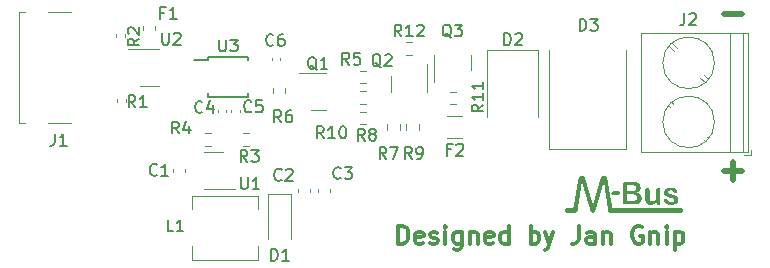
<source format=gbr>
%TF.GenerationSoftware,KiCad,Pcbnew,6.0.4-6f826c9f35~116~ubuntu21.10.1*%
%TF.CreationDate,2022-04-21T20:18:58+02:00*%
%TF.ProjectId,mbus,6d627573-2e6b-4696-9361-645f70636258,rev?*%
%TF.SameCoordinates,Original*%
%TF.FileFunction,Legend,Top*%
%TF.FilePolarity,Positive*%
%FSLAX46Y46*%
G04 Gerber Fmt 4.6, Leading zero omitted, Abs format (unit mm)*
G04 Created by KiCad (PCBNEW 6.0.4-6f826c9f35~116~ubuntu21.10.1) date 2022-04-21 20:18:58*
%MOMM*%
%LPD*%
G01*
G04 APERTURE LIST*
%ADD10C,0.500000*%
%ADD11C,0.300000*%
%ADD12C,0.150000*%
%ADD13C,0.120000*%
G04 APERTURE END LIST*
D10*
X103638095Y-85192857D02*
X105161904Y-85192857D01*
X104400000Y-85954761D02*
X104400000Y-84430952D01*
X103638095Y-71942857D02*
X105161904Y-71942857D01*
D11*
X76064285Y-91378571D02*
X76064285Y-89878571D01*
X76421428Y-89878571D01*
X76635714Y-89950000D01*
X76778571Y-90092857D01*
X76850000Y-90235714D01*
X76921428Y-90521428D01*
X76921428Y-90735714D01*
X76850000Y-91021428D01*
X76778571Y-91164285D01*
X76635714Y-91307142D01*
X76421428Y-91378571D01*
X76064285Y-91378571D01*
X78135714Y-91307142D02*
X77992857Y-91378571D01*
X77707142Y-91378571D01*
X77564285Y-91307142D01*
X77492857Y-91164285D01*
X77492857Y-90592857D01*
X77564285Y-90450000D01*
X77707142Y-90378571D01*
X77992857Y-90378571D01*
X78135714Y-90450000D01*
X78207142Y-90592857D01*
X78207142Y-90735714D01*
X77492857Y-90878571D01*
X78778571Y-91307142D02*
X78921428Y-91378571D01*
X79207142Y-91378571D01*
X79350000Y-91307142D01*
X79421428Y-91164285D01*
X79421428Y-91092857D01*
X79350000Y-90950000D01*
X79207142Y-90878571D01*
X78992857Y-90878571D01*
X78850000Y-90807142D01*
X78778571Y-90664285D01*
X78778571Y-90592857D01*
X78850000Y-90450000D01*
X78992857Y-90378571D01*
X79207142Y-90378571D01*
X79350000Y-90450000D01*
X80064285Y-91378571D02*
X80064285Y-90378571D01*
X80064285Y-89878571D02*
X79992857Y-89950000D01*
X80064285Y-90021428D01*
X80135714Y-89950000D01*
X80064285Y-89878571D01*
X80064285Y-90021428D01*
X81421428Y-90378571D02*
X81421428Y-91592857D01*
X81350000Y-91735714D01*
X81278571Y-91807142D01*
X81135714Y-91878571D01*
X80921428Y-91878571D01*
X80778571Y-91807142D01*
X81421428Y-91307142D02*
X81278571Y-91378571D01*
X80992857Y-91378571D01*
X80850000Y-91307142D01*
X80778571Y-91235714D01*
X80707142Y-91092857D01*
X80707142Y-90664285D01*
X80778571Y-90521428D01*
X80850000Y-90450000D01*
X80992857Y-90378571D01*
X81278571Y-90378571D01*
X81421428Y-90450000D01*
X82135714Y-90378571D02*
X82135714Y-91378571D01*
X82135714Y-90521428D02*
X82207142Y-90450000D01*
X82350000Y-90378571D01*
X82564285Y-90378571D01*
X82707142Y-90450000D01*
X82778571Y-90592857D01*
X82778571Y-91378571D01*
X84064285Y-91307142D02*
X83921428Y-91378571D01*
X83635714Y-91378571D01*
X83492857Y-91307142D01*
X83421428Y-91164285D01*
X83421428Y-90592857D01*
X83492857Y-90450000D01*
X83635714Y-90378571D01*
X83921428Y-90378571D01*
X84064285Y-90450000D01*
X84135714Y-90592857D01*
X84135714Y-90735714D01*
X83421428Y-90878571D01*
X85421428Y-91378571D02*
X85421428Y-89878571D01*
X85421428Y-91307142D02*
X85278571Y-91378571D01*
X84992857Y-91378571D01*
X84850000Y-91307142D01*
X84778571Y-91235714D01*
X84707142Y-91092857D01*
X84707142Y-90664285D01*
X84778571Y-90521428D01*
X84850000Y-90450000D01*
X84992857Y-90378571D01*
X85278571Y-90378571D01*
X85421428Y-90450000D01*
X87278571Y-91378571D02*
X87278571Y-89878571D01*
X87278571Y-90450000D02*
X87421428Y-90378571D01*
X87707142Y-90378571D01*
X87850000Y-90450000D01*
X87921428Y-90521428D01*
X87992857Y-90664285D01*
X87992857Y-91092857D01*
X87921428Y-91235714D01*
X87850000Y-91307142D01*
X87707142Y-91378571D01*
X87421428Y-91378571D01*
X87278571Y-91307142D01*
X88492857Y-90378571D02*
X88849999Y-91378571D01*
X89207142Y-90378571D02*
X88849999Y-91378571D01*
X88707142Y-91735714D01*
X88635714Y-91807142D01*
X88492857Y-91878571D01*
X91349999Y-89878571D02*
X91349999Y-90950000D01*
X91278571Y-91164285D01*
X91135714Y-91307142D01*
X90921428Y-91378571D01*
X90778571Y-91378571D01*
X92707142Y-91378571D02*
X92707142Y-90592857D01*
X92635714Y-90450000D01*
X92492857Y-90378571D01*
X92207142Y-90378571D01*
X92064285Y-90450000D01*
X92707142Y-91307142D02*
X92564285Y-91378571D01*
X92207142Y-91378571D01*
X92064285Y-91307142D01*
X91992857Y-91164285D01*
X91992857Y-91021428D01*
X92064285Y-90878571D01*
X92207142Y-90807142D01*
X92564285Y-90807142D01*
X92707142Y-90735714D01*
X93421428Y-90378571D02*
X93421428Y-91378571D01*
X93421428Y-90521428D02*
X93492857Y-90450000D01*
X93635714Y-90378571D01*
X93850000Y-90378571D01*
X93992857Y-90450000D01*
X94064285Y-90592857D01*
X94064285Y-91378571D01*
X96707142Y-89950000D02*
X96564285Y-89878571D01*
X96350000Y-89878571D01*
X96135714Y-89950000D01*
X95992857Y-90092857D01*
X95921428Y-90235714D01*
X95850000Y-90521428D01*
X95850000Y-90735714D01*
X95921428Y-91021428D01*
X95992857Y-91164285D01*
X96135714Y-91307142D01*
X96350000Y-91378571D01*
X96492857Y-91378571D01*
X96707142Y-91307142D01*
X96778571Y-91235714D01*
X96778571Y-90735714D01*
X96492857Y-90735714D01*
X97421428Y-90378571D02*
X97421428Y-91378571D01*
X97421428Y-90521428D02*
X97492857Y-90450000D01*
X97635714Y-90378571D01*
X97850000Y-90378571D01*
X97992857Y-90450000D01*
X98064285Y-90592857D01*
X98064285Y-91378571D01*
X98778571Y-91378571D02*
X98778571Y-90378571D01*
X98778571Y-89878571D02*
X98707142Y-89950000D01*
X98778571Y-90021428D01*
X98850000Y-89950000D01*
X98778571Y-89878571D01*
X98778571Y-90021428D01*
X99492857Y-90378571D02*
X99492857Y-91878571D01*
X99492857Y-90450000D02*
X99635714Y-90378571D01*
X99921428Y-90378571D01*
X100064285Y-90450000D01*
X100135714Y-90521428D01*
X100207142Y-90664285D01*
X100207142Y-91092857D01*
X100135714Y-91235714D01*
X100064285Y-91307142D01*
X99921428Y-91378571D01*
X99635714Y-91378571D01*
X99492857Y-91307142D01*
D12*
%TO.C,Q3*%
X80554761Y-73935119D02*
X80459523Y-73887500D01*
X80364285Y-73792261D01*
X80221428Y-73649404D01*
X80126190Y-73601785D01*
X80030952Y-73601785D01*
X80078571Y-73839880D02*
X79983333Y-73792261D01*
X79888095Y-73697023D01*
X79840476Y-73506547D01*
X79840476Y-73173214D01*
X79888095Y-72982738D01*
X79983333Y-72887500D01*
X80078571Y-72839880D01*
X80269047Y-72839880D01*
X80364285Y-72887500D01*
X80459523Y-72982738D01*
X80507142Y-73173214D01*
X80507142Y-73506547D01*
X80459523Y-73697023D01*
X80364285Y-73792261D01*
X80269047Y-73839880D01*
X80078571Y-73839880D01*
X80840476Y-72839880D02*
X81459523Y-72839880D01*
X81126190Y-73220833D01*
X81269047Y-73220833D01*
X81364285Y-73268452D01*
X81411904Y-73316071D01*
X81459523Y-73411309D01*
X81459523Y-73649404D01*
X81411904Y-73744642D01*
X81364285Y-73792261D01*
X81269047Y-73839880D01*
X80983333Y-73839880D01*
X80888095Y-73792261D01*
X80840476Y-73744642D01*
%TO.C,U1*%
X62738095Y-85752380D02*
X62738095Y-86561904D01*
X62785714Y-86657142D01*
X62833333Y-86704761D01*
X62928571Y-86752380D01*
X63119047Y-86752380D01*
X63214285Y-86704761D01*
X63261904Y-86657142D01*
X63309523Y-86561904D01*
X63309523Y-85752380D01*
X64309523Y-86752380D02*
X63738095Y-86752380D01*
X64023809Y-86752380D02*
X64023809Y-85752380D01*
X63928571Y-85895238D01*
X63833333Y-85990476D01*
X63738095Y-86038095D01*
%TO.C,C6*%
X65483333Y-74557142D02*
X65435714Y-74604761D01*
X65292857Y-74652380D01*
X65197619Y-74652380D01*
X65054761Y-74604761D01*
X64959523Y-74509523D01*
X64911904Y-74414285D01*
X64864285Y-74223809D01*
X64864285Y-74080952D01*
X64911904Y-73890476D01*
X64959523Y-73795238D01*
X65054761Y-73700000D01*
X65197619Y-73652380D01*
X65292857Y-73652380D01*
X65435714Y-73700000D01*
X65483333Y-73747619D01*
X66340476Y-73652380D02*
X66150000Y-73652380D01*
X66054761Y-73700000D01*
X66007142Y-73747619D01*
X65911904Y-73890476D01*
X65864285Y-74080952D01*
X65864285Y-74461904D01*
X65911904Y-74557142D01*
X65959523Y-74604761D01*
X66054761Y-74652380D01*
X66245238Y-74652380D01*
X66340476Y-74604761D01*
X66388095Y-74557142D01*
X66435714Y-74461904D01*
X66435714Y-74223809D01*
X66388095Y-74128571D01*
X66340476Y-74080952D01*
X66245238Y-74033333D01*
X66054761Y-74033333D01*
X65959523Y-74080952D01*
X65911904Y-74128571D01*
X65864285Y-74223809D01*
%TO.C,U2*%
X56063095Y-73527380D02*
X56063095Y-74336904D01*
X56110714Y-74432142D01*
X56158333Y-74479761D01*
X56253571Y-74527380D01*
X56444047Y-74527380D01*
X56539285Y-74479761D01*
X56586904Y-74432142D01*
X56634523Y-74336904D01*
X56634523Y-73527380D01*
X57063095Y-73622619D02*
X57110714Y-73575000D01*
X57205952Y-73527380D01*
X57444047Y-73527380D01*
X57539285Y-73575000D01*
X57586904Y-73622619D01*
X57634523Y-73717857D01*
X57634523Y-73813095D01*
X57586904Y-73955952D01*
X57015476Y-74527380D01*
X57634523Y-74527380D01*
%TO.C,R12*%
X76332142Y-73827380D02*
X75998809Y-73351190D01*
X75760714Y-73827380D02*
X75760714Y-72827380D01*
X76141666Y-72827380D01*
X76236904Y-72875000D01*
X76284523Y-72922619D01*
X76332142Y-73017857D01*
X76332142Y-73160714D01*
X76284523Y-73255952D01*
X76236904Y-73303571D01*
X76141666Y-73351190D01*
X75760714Y-73351190D01*
X77284523Y-73827380D02*
X76713095Y-73827380D01*
X76998809Y-73827380D02*
X76998809Y-72827380D01*
X76903571Y-72970238D01*
X76808333Y-73065476D01*
X76713095Y-73113095D01*
X77665476Y-72922619D02*
X77713095Y-72875000D01*
X77808333Y-72827380D01*
X78046428Y-72827380D01*
X78141666Y-72875000D01*
X78189285Y-72922619D01*
X78236904Y-73017857D01*
X78236904Y-73113095D01*
X78189285Y-73255952D01*
X77617857Y-73827380D01*
X78236904Y-73827380D01*
%TO.C,R8*%
X73233333Y-82652380D02*
X72900000Y-82176190D01*
X72661904Y-82652380D02*
X72661904Y-81652380D01*
X73042857Y-81652380D01*
X73138095Y-81700000D01*
X73185714Y-81747619D01*
X73233333Y-81842857D01*
X73233333Y-81985714D01*
X73185714Y-82080952D01*
X73138095Y-82128571D01*
X73042857Y-82176190D01*
X72661904Y-82176190D01*
X73804761Y-82080952D02*
X73709523Y-82033333D01*
X73661904Y-81985714D01*
X73614285Y-81890476D01*
X73614285Y-81842857D01*
X73661904Y-81747619D01*
X73709523Y-81700000D01*
X73804761Y-81652380D01*
X73995238Y-81652380D01*
X74090476Y-81700000D01*
X74138095Y-81747619D01*
X74185714Y-81842857D01*
X74185714Y-81890476D01*
X74138095Y-81985714D01*
X74090476Y-82033333D01*
X73995238Y-82080952D01*
X73804761Y-82080952D01*
X73709523Y-82128571D01*
X73661904Y-82176190D01*
X73614285Y-82271428D01*
X73614285Y-82461904D01*
X73661904Y-82557142D01*
X73709523Y-82604761D01*
X73804761Y-82652380D01*
X73995238Y-82652380D01*
X74090476Y-82604761D01*
X74138095Y-82557142D01*
X74185714Y-82461904D01*
X74185714Y-82271428D01*
X74138095Y-82176190D01*
X74090476Y-82128571D01*
X73995238Y-82080952D01*
%TO.C,R1*%
X53808333Y-79827380D02*
X53475000Y-79351190D01*
X53236904Y-79827380D02*
X53236904Y-78827380D01*
X53617857Y-78827380D01*
X53713095Y-78875000D01*
X53760714Y-78922619D01*
X53808333Y-79017857D01*
X53808333Y-79160714D01*
X53760714Y-79255952D01*
X53713095Y-79303571D01*
X53617857Y-79351190D01*
X53236904Y-79351190D01*
X54760714Y-79827380D02*
X54189285Y-79827380D01*
X54475000Y-79827380D02*
X54475000Y-78827380D01*
X54379761Y-78970238D01*
X54284523Y-79065476D01*
X54189285Y-79113095D01*
%TO.C,L1*%
X57013333Y-90352380D02*
X56537142Y-90352380D01*
X56537142Y-89352380D01*
X57870476Y-90352380D02*
X57299047Y-90352380D01*
X57584761Y-90352380D02*
X57584761Y-89352380D01*
X57489523Y-89495238D01*
X57394285Y-89590476D01*
X57299047Y-89638095D01*
%TO.C,R10*%
X69757142Y-82452380D02*
X69423809Y-81976190D01*
X69185714Y-82452380D02*
X69185714Y-81452380D01*
X69566666Y-81452380D01*
X69661904Y-81500000D01*
X69709523Y-81547619D01*
X69757142Y-81642857D01*
X69757142Y-81785714D01*
X69709523Y-81880952D01*
X69661904Y-81928571D01*
X69566666Y-81976190D01*
X69185714Y-81976190D01*
X70709523Y-82452380D02*
X70138095Y-82452380D01*
X70423809Y-82452380D02*
X70423809Y-81452380D01*
X70328571Y-81595238D01*
X70233333Y-81690476D01*
X70138095Y-81738095D01*
X71328571Y-81452380D02*
X71423809Y-81452380D01*
X71519047Y-81500000D01*
X71566666Y-81547619D01*
X71614285Y-81642857D01*
X71661904Y-81833333D01*
X71661904Y-82071428D01*
X71614285Y-82261904D01*
X71566666Y-82357142D01*
X71519047Y-82404761D01*
X71423809Y-82452380D01*
X71328571Y-82452380D01*
X71233333Y-82404761D01*
X71185714Y-82357142D01*
X71138095Y-82261904D01*
X71090476Y-82071428D01*
X71090476Y-81833333D01*
X71138095Y-81642857D01*
X71185714Y-81547619D01*
X71233333Y-81500000D01*
X71328571Y-81452380D01*
%TO.C,F2*%
X80516666Y-83403571D02*
X80183333Y-83403571D01*
X80183333Y-83927380D02*
X80183333Y-82927380D01*
X80659523Y-82927380D01*
X80992857Y-83022619D02*
X81040476Y-82975000D01*
X81135714Y-82927380D01*
X81373809Y-82927380D01*
X81469047Y-82975000D01*
X81516666Y-83022619D01*
X81564285Y-83117857D01*
X81564285Y-83213095D01*
X81516666Y-83355952D01*
X80945238Y-83927380D01*
X81564285Y-83927380D01*
%TO.C,C4*%
X59483333Y-80207142D02*
X59435714Y-80254761D01*
X59292857Y-80302380D01*
X59197619Y-80302380D01*
X59054761Y-80254761D01*
X58959523Y-80159523D01*
X58911904Y-80064285D01*
X58864285Y-79873809D01*
X58864285Y-79730952D01*
X58911904Y-79540476D01*
X58959523Y-79445238D01*
X59054761Y-79350000D01*
X59197619Y-79302380D01*
X59292857Y-79302380D01*
X59435714Y-79350000D01*
X59483333Y-79397619D01*
X60340476Y-79635714D02*
X60340476Y-80302380D01*
X60102380Y-79254761D02*
X59864285Y-79969047D01*
X60483333Y-79969047D01*
%TO.C,F1*%
X56266666Y-71828571D02*
X55933333Y-71828571D01*
X55933333Y-72352380D02*
X55933333Y-71352380D01*
X56409523Y-71352380D01*
X57314285Y-72352380D02*
X56742857Y-72352380D01*
X57028571Y-72352380D02*
X57028571Y-71352380D01*
X56933333Y-71495238D01*
X56838095Y-71590476D01*
X56742857Y-71638095D01*
%TO.C,C2*%
X66183333Y-85957142D02*
X66135714Y-86004761D01*
X65992857Y-86052380D01*
X65897619Y-86052380D01*
X65754761Y-86004761D01*
X65659523Y-85909523D01*
X65611904Y-85814285D01*
X65564285Y-85623809D01*
X65564285Y-85480952D01*
X65611904Y-85290476D01*
X65659523Y-85195238D01*
X65754761Y-85100000D01*
X65897619Y-85052380D01*
X65992857Y-85052380D01*
X66135714Y-85100000D01*
X66183333Y-85147619D01*
X66564285Y-85147619D02*
X66611904Y-85100000D01*
X66707142Y-85052380D01*
X66945238Y-85052380D01*
X67040476Y-85100000D01*
X67088095Y-85147619D01*
X67135714Y-85242857D01*
X67135714Y-85338095D01*
X67088095Y-85480952D01*
X66516666Y-86052380D01*
X67135714Y-86052380D01*
%TO.C,D1*%
X65286904Y-92827380D02*
X65286904Y-91827380D01*
X65525000Y-91827380D01*
X65667857Y-91875000D01*
X65763095Y-91970238D01*
X65810714Y-92065476D01*
X65858333Y-92255952D01*
X65858333Y-92398809D01*
X65810714Y-92589285D01*
X65763095Y-92684523D01*
X65667857Y-92779761D01*
X65525000Y-92827380D01*
X65286904Y-92827380D01*
X66810714Y-92827380D02*
X66239285Y-92827380D01*
X66525000Y-92827380D02*
X66525000Y-91827380D01*
X66429761Y-91970238D01*
X66334523Y-92065476D01*
X66239285Y-92113095D01*
%TO.C,R6*%
X66158333Y-81102380D02*
X65825000Y-80626190D01*
X65586904Y-81102380D02*
X65586904Y-80102380D01*
X65967857Y-80102380D01*
X66063095Y-80150000D01*
X66110714Y-80197619D01*
X66158333Y-80292857D01*
X66158333Y-80435714D01*
X66110714Y-80530952D01*
X66063095Y-80578571D01*
X65967857Y-80626190D01*
X65586904Y-80626190D01*
X67015476Y-80102380D02*
X66825000Y-80102380D01*
X66729761Y-80150000D01*
X66682142Y-80197619D01*
X66586904Y-80340476D01*
X66539285Y-80530952D01*
X66539285Y-80911904D01*
X66586904Y-81007142D01*
X66634523Y-81054761D01*
X66729761Y-81102380D01*
X66920238Y-81102380D01*
X67015476Y-81054761D01*
X67063095Y-81007142D01*
X67110714Y-80911904D01*
X67110714Y-80673809D01*
X67063095Y-80578571D01*
X67015476Y-80530952D01*
X66920238Y-80483333D01*
X66729761Y-80483333D01*
X66634523Y-80530952D01*
X66586904Y-80578571D01*
X66539285Y-80673809D01*
%TO.C,D2*%
X85036904Y-74577380D02*
X85036904Y-73577380D01*
X85275000Y-73577380D01*
X85417857Y-73625000D01*
X85513095Y-73720238D01*
X85560714Y-73815476D01*
X85608333Y-74005952D01*
X85608333Y-74148809D01*
X85560714Y-74339285D01*
X85513095Y-74434523D01*
X85417857Y-74529761D01*
X85275000Y-74577380D01*
X85036904Y-74577380D01*
X85989285Y-73672619D02*
X86036904Y-73625000D01*
X86132142Y-73577380D01*
X86370238Y-73577380D01*
X86465476Y-73625000D01*
X86513095Y-73672619D01*
X86560714Y-73767857D01*
X86560714Y-73863095D01*
X86513095Y-74005952D01*
X85941666Y-74577380D01*
X86560714Y-74577380D01*
%TO.C,R4*%
X57483333Y-82052380D02*
X57150000Y-81576190D01*
X56911904Y-82052380D02*
X56911904Y-81052380D01*
X57292857Y-81052380D01*
X57388095Y-81100000D01*
X57435714Y-81147619D01*
X57483333Y-81242857D01*
X57483333Y-81385714D01*
X57435714Y-81480952D01*
X57388095Y-81528571D01*
X57292857Y-81576190D01*
X56911904Y-81576190D01*
X58340476Y-81385714D02*
X58340476Y-82052380D01*
X58102380Y-81004761D02*
X57864285Y-81719047D01*
X58483333Y-81719047D01*
%TO.C,C3*%
X71183333Y-85807142D02*
X71135714Y-85854761D01*
X70992857Y-85902380D01*
X70897619Y-85902380D01*
X70754761Y-85854761D01*
X70659523Y-85759523D01*
X70611904Y-85664285D01*
X70564285Y-85473809D01*
X70564285Y-85330952D01*
X70611904Y-85140476D01*
X70659523Y-85045238D01*
X70754761Y-84950000D01*
X70897619Y-84902380D01*
X70992857Y-84902380D01*
X71135714Y-84950000D01*
X71183333Y-84997619D01*
X71516666Y-84902380D02*
X72135714Y-84902380D01*
X71802380Y-85283333D01*
X71945238Y-85283333D01*
X72040476Y-85330952D01*
X72088095Y-85378571D01*
X72135714Y-85473809D01*
X72135714Y-85711904D01*
X72088095Y-85807142D01*
X72040476Y-85854761D01*
X71945238Y-85902380D01*
X71659523Y-85902380D01*
X71564285Y-85854761D01*
X71516666Y-85807142D01*
%TO.C,R11*%
X83277380Y-79617857D02*
X82801190Y-79951190D01*
X83277380Y-80189285D02*
X82277380Y-80189285D01*
X82277380Y-79808333D01*
X82325000Y-79713095D01*
X82372619Y-79665476D01*
X82467857Y-79617857D01*
X82610714Y-79617857D01*
X82705952Y-79665476D01*
X82753571Y-79713095D01*
X82801190Y-79808333D01*
X82801190Y-80189285D01*
X83277380Y-78665476D02*
X83277380Y-79236904D01*
X83277380Y-78951190D02*
X82277380Y-78951190D01*
X82420238Y-79046428D01*
X82515476Y-79141666D01*
X82563095Y-79236904D01*
X83277380Y-77713095D02*
X83277380Y-78284523D01*
X83277380Y-77998809D02*
X82277380Y-77998809D01*
X82420238Y-78094047D01*
X82515476Y-78189285D01*
X82563095Y-78284523D01*
%TO.C,J2*%
X100291666Y-71877380D02*
X100291666Y-72591666D01*
X100244047Y-72734523D01*
X100148809Y-72829761D01*
X100005952Y-72877380D01*
X99910714Y-72877380D01*
X100720238Y-71972619D02*
X100767857Y-71925000D01*
X100863095Y-71877380D01*
X101101190Y-71877380D01*
X101196428Y-71925000D01*
X101244047Y-71972619D01*
X101291666Y-72067857D01*
X101291666Y-72163095D01*
X101244047Y-72305952D01*
X100672619Y-72877380D01*
X101291666Y-72877380D01*
%TO.C,Q1*%
X69154761Y-76672619D02*
X69059523Y-76625000D01*
X68964285Y-76529761D01*
X68821428Y-76386904D01*
X68726190Y-76339285D01*
X68630952Y-76339285D01*
X68678571Y-76577380D02*
X68583333Y-76529761D01*
X68488095Y-76434523D01*
X68440476Y-76244047D01*
X68440476Y-75910714D01*
X68488095Y-75720238D01*
X68583333Y-75625000D01*
X68678571Y-75577380D01*
X68869047Y-75577380D01*
X68964285Y-75625000D01*
X69059523Y-75720238D01*
X69107142Y-75910714D01*
X69107142Y-76244047D01*
X69059523Y-76434523D01*
X68964285Y-76529761D01*
X68869047Y-76577380D01*
X68678571Y-76577380D01*
X70059523Y-76577380D02*
X69488095Y-76577380D01*
X69773809Y-76577380D02*
X69773809Y-75577380D01*
X69678571Y-75720238D01*
X69583333Y-75815476D01*
X69488095Y-75863095D01*
%TO.C,R7*%
X75058333Y-84202380D02*
X74725000Y-83726190D01*
X74486904Y-84202380D02*
X74486904Y-83202380D01*
X74867857Y-83202380D01*
X74963095Y-83250000D01*
X75010714Y-83297619D01*
X75058333Y-83392857D01*
X75058333Y-83535714D01*
X75010714Y-83630952D01*
X74963095Y-83678571D01*
X74867857Y-83726190D01*
X74486904Y-83726190D01*
X75391666Y-83202380D02*
X76058333Y-83202380D01*
X75629761Y-84202380D01*
%TO.C,C5*%
X63633333Y-80157142D02*
X63585714Y-80204761D01*
X63442857Y-80252380D01*
X63347619Y-80252380D01*
X63204761Y-80204761D01*
X63109523Y-80109523D01*
X63061904Y-80014285D01*
X63014285Y-79823809D01*
X63014285Y-79680952D01*
X63061904Y-79490476D01*
X63109523Y-79395238D01*
X63204761Y-79300000D01*
X63347619Y-79252380D01*
X63442857Y-79252380D01*
X63585714Y-79300000D01*
X63633333Y-79347619D01*
X64538095Y-79252380D02*
X64061904Y-79252380D01*
X64014285Y-79728571D01*
X64061904Y-79680952D01*
X64157142Y-79633333D01*
X64395238Y-79633333D01*
X64490476Y-79680952D01*
X64538095Y-79728571D01*
X64585714Y-79823809D01*
X64585714Y-80061904D01*
X64538095Y-80157142D01*
X64490476Y-80204761D01*
X64395238Y-80252380D01*
X64157142Y-80252380D01*
X64061904Y-80204761D01*
X64014285Y-80157142D01*
%TO.C,U3*%
X60888095Y-74102380D02*
X60888095Y-74911904D01*
X60935714Y-75007142D01*
X60983333Y-75054761D01*
X61078571Y-75102380D01*
X61269047Y-75102380D01*
X61364285Y-75054761D01*
X61411904Y-75007142D01*
X61459523Y-74911904D01*
X61459523Y-74102380D01*
X61840476Y-74102380D02*
X62459523Y-74102380D01*
X62126190Y-74483333D01*
X62269047Y-74483333D01*
X62364285Y-74530952D01*
X62411904Y-74578571D01*
X62459523Y-74673809D01*
X62459523Y-74911904D01*
X62411904Y-75007142D01*
X62364285Y-75054761D01*
X62269047Y-75102380D01*
X61983333Y-75102380D01*
X61888095Y-75054761D01*
X61840476Y-75007142D01*
%TO.C,D3*%
X91411904Y-73352380D02*
X91411904Y-72352380D01*
X91650000Y-72352380D01*
X91792857Y-72400000D01*
X91888095Y-72495238D01*
X91935714Y-72590476D01*
X91983333Y-72780952D01*
X91983333Y-72923809D01*
X91935714Y-73114285D01*
X91888095Y-73209523D01*
X91792857Y-73304761D01*
X91650000Y-73352380D01*
X91411904Y-73352380D01*
X92316666Y-72352380D02*
X92935714Y-72352380D01*
X92602380Y-72733333D01*
X92745238Y-72733333D01*
X92840476Y-72780952D01*
X92888095Y-72828571D01*
X92935714Y-72923809D01*
X92935714Y-73161904D01*
X92888095Y-73257142D01*
X92840476Y-73304761D01*
X92745238Y-73352380D01*
X92459523Y-73352380D01*
X92364285Y-73304761D01*
X92316666Y-73257142D01*
%TO.C,R3*%
X63283333Y-84452380D02*
X62950000Y-83976190D01*
X62711904Y-84452380D02*
X62711904Y-83452380D01*
X63092857Y-83452380D01*
X63188095Y-83500000D01*
X63235714Y-83547619D01*
X63283333Y-83642857D01*
X63283333Y-83785714D01*
X63235714Y-83880952D01*
X63188095Y-83928571D01*
X63092857Y-83976190D01*
X62711904Y-83976190D01*
X63616666Y-83452380D02*
X64235714Y-83452380D01*
X63902380Y-83833333D01*
X64045238Y-83833333D01*
X64140476Y-83880952D01*
X64188095Y-83928571D01*
X64235714Y-84023809D01*
X64235714Y-84261904D01*
X64188095Y-84357142D01*
X64140476Y-84404761D01*
X64045238Y-84452380D01*
X63759523Y-84452380D01*
X63664285Y-84404761D01*
X63616666Y-84357142D01*
%TO.C,R9*%
X77208333Y-84202380D02*
X76875000Y-83726190D01*
X76636904Y-84202380D02*
X76636904Y-83202380D01*
X77017857Y-83202380D01*
X77113095Y-83250000D01*
X77160714Y-83297619D01*
X77208333Y-83392857D01*
X77208333Y-83535714D01*
X77160714Y-83630952D01*
X77113095Y-83678571D01*
X77017857Y-83726190D01*
X76636904Y-83726190D01*
X77684523Y-84202380D02*
X77875000Y-84202380D01*
X77970238Y-84154761D01*
X78017857Y-84107142D01*
X78113095Y-83964285D01*
X78160714Y-83773809D01*
X78160714Y-83392857D01*
X78113095Y-83297619D01*
X78065476Y-83250000D01*
X77970238Y-83202380D01*
X77779761Y-83202380D01*
X77684523Y-83250000D01*
X77636904Y-83297619D01*
X77589285Y-83392857D01*
X77589285Y-83630952D01*
X77636904Y-83726190D01*
X77684523Y-83773809D01*
X77779761Y-83821428D01*
X77970238Y-83821428D01*
X78065476Y-83773809D01*
X78113095Y-83726190D01*
X78160714Y-83630952D01*
%TO.C,R5*%
X71908333Y-76227380D02*
X71575000Y-75751190D01*
X71336904Y-76227380D02*
X71336904Y-75227380D01*
X71717857Y-75227380D01*
X71813095Y-75275000D01*
X71860714Y-75322619D01*
X71908333Y-75417857D01*
X71908333Y-75560714D01*
X71860714Y-75655952D01*
X71813095Y-75703571D01*
X71717857Y-75751190D01*
X71336904Y-75751190D01*
X72813095Y-75227380D02*
X72336904Y-75227380D01*
X72289285Y-75703571D01*
X72336904Y-75655952D01*
X72432142Y-75608333D01*
X72670238Y-75608333D01*
X72765476Y-75655952D01*
X72813095Y-75703571D01*
X72860714Y-75798809D01*
X72860714Y-76036904D01*
X72813095Y-76132142D01*
X72765476Y-76179761D01*
X72670238Y-76227380D01*
X72432142Y-76227380D01*
X72336904Y-76179761D01*
X72289285Y-76132142D01*
%TO.C,Q2*%
X74604761Y-76447619D02*
X74509523Y-76400000D01*
X74414285Y-76304761D01*
X74271428Y-76161904D01*
X74176190Y-76114285D01*
X74080952Y-76114285D01*
X74128571Y-76352380D02*
X74033333Y-76304761D01*
X73938095Y-76209523D01*
X73890476Y-76019047D01*
X73890476Y-75685714D01*
X73938095Y-75495238D01*
X74033333Y-75400000D01*
X74128571Y-75352380D01*
X74319047Y-75352380D01*
X74414285Y-75400000D01*
X74509523Y-75495238D01*
X74557142Y-75685714D01*
X74557142Y-76019047D01*
X74509523Y-76209523D01*
X74414285Y-76304761D01*
X74319047Y-76352380D01*
X74128571Y-76352380D01*
X74938095Y-75447619D02*
X74985714Y-75400000D01*
X75080952Y-75352380D01*
X75319047Y-75352380D01*
X75414285Y-75400000D01*
X75461904Y-75447619D01*
X75509523Y-75542857D01*
X75509523Y-75638095D01*
X75461904Y-75780952D01*
X74890476Y-76352380D01*
X75509523Y-76352380D01*
%TO.C,R2*%
X54152380Y-74016666D02*
X53676190Y-74350000D01*
X54152380Y-74588095D02*
X53152380Y-74588095D01*
X53152380Y-74207142D01*
X53200000Y-74111904D01*
X53247619Y-74064285D01*
X53342857Y-74016666D01*
X53485714Y-74016666D01*
X53580952Y-74064285D01*
X53628571Y-74111904D01*
X53676190Y-74207142D01*
X53676190Y-74588095D01*
X53247619Y-73635714D02*
X53200000Y-73588095D01*
X53152380Y-73492857D01*
X53152380Y-73254761D01*
X53200000Y-73159523D01*
X53247619Y-73111904D01*
X53342857Y-73064285D01*
X53438095Y-73064285D01*
X53580952Y-73111904D01*
X54152380Y-73683333D01*
X54152380Y-73064285D01*
%TO.C,C1*%
X55633333Y-85532142D02*
X55585714Y-85579761D01*
X55442857Y-85627380D01*
X55347619Y-85627380D01*
X55204761Y-85579761D01*
X55109523Y-85484523D01*
X55061904Y-85389285D01*
X55014285Y-85198809D01*
X55014285Y-85055952D01*
X55061904Y-84865476D01*
X55109523Y-84770238D01*
X55204761Y-84675000D01*
X55347619Y-84627380D01*
X55442857Y-84627380D01*
X55585714Y-84675000D01*
X55633333Y-84722619D01*
X56585714Y-85627380D02*
X56014285Y-85627380D01*
X56300000Y-85627380D02*
X56300000Y-84627380D01*
X56204761Y-84770238D01*
X56109523Y-84865476D01*
X56014285Y-84913095D01*
%TO.C,J1*%
X46991666Y-82077380D02*
X46991666Y-82791666D01*
X46944047Y-82934523D01*
X46848809Y-83029761D01*
X46705952Y-83077380D01*
X46610714Y-83077380D01*
X47991666Y-83077380D02*
X47420238Y-83077380D01*
X47705952Y-83077380D02*
X47705952Y-82077380D01*
X47610714Y-82220238D01*
X47515476Y-82315476D01*
X47420238Y-82363095D01*
D13*
%TO.C,Q3*%
X82235000Y-76037500D02*
X82235000Y-75387500D01*
X79115000Y-76037500D02*
X79115000Y-75387500D01*
X82235000Y-76037500D02*
X82235000Y-76687500D01*
X79115000Y-76037500D02*
X79115000Y-77712500D01*
%TO.C,U1*%
X60425000Y-86760000D02*
X59625000Y-86760000D01*
X60425000Y-86760000D02*
X62225000Y-86760000D01*
X60425000Y-83640000D02*
X59625000Y-83640000D01*
X60425000Y-83640000D02*
X61225000Y-83640000D01*
%TO.C,C6*%
X66060000Y-75857836D02*
X66060000Y-75642164D01*
X65340000Y-75857836D02*
X65340000Y-75642164D01*
%TO.C,U2*%
X55000000Y-74940000D02*
X55800000Y-74940000D01*
X55000000Y-74940000D02*
X53200000Y-74940000D01*
X55000000Y-78060000D02*
X54200000Y-78060000D01*
X55000000Y-78060000D02*
X55800000Y-78060000D01*
%TO.C,R12*%
X77212258Y-74327500D02*
X76737742Y-74327500D01*
X77212258Y-75372500D02*
X76737742Y-75372500D01*
%TO.C,R8*%
X73312258Y-81272500D02*
X72837742Y-81272500D01*
X73312258Y-80227500D02*
X72837742Y-80227500D01*
%TO.C,R1*%
X52980000Y-79428641D02*
X52980000Y-79121359D01*
X52220000Y-79428641D02*
X52220000Y-79121359D01*
%TO.C,L1*%
X64175000Y-87325000D02*
X64175000Y-88475000D01*
X58575000Y-92725000D02*
X58575000Y-91575000D01*
X64175000Y-92725000D02*
X64175000Y-91575000D01*
X58575000Y-87325000D02*
X64175000Y-87325000D01*
X58575000Y-87325000D02*
X58575000Y-88475000D01*
X58575000Y-92725000D02*
X64175000Y-92725000D01*
%TO.C,R10*%
X73312258Y-78477500D02*
X72837742Y-78477500D01*
X73312258Y-79522500D02*
X72837742Y-79522500D01*
%TO.C,F2*%
X80222936Y-82410000D02*
X81427064Y-82410000D01*
X80222936Y-80590000D02*
X81427064Y-80590000D01*
%TO.C,C4*%
X60790000Y-80042164D02*
X60790000Y-80257836D01*
X61510000Y-80042164D02*
X61510000Y-80257836D01*
%TO.C,F1*%
X55485000Y-72987221D02*
X55485000Y-73312779D01*
X54465000Y-72987221D02*
X54465000Y-73312779D01*
%TO.C,C2*%
X68585000Y-87015580D02*
X68585000Y-86734420D01*
X67565000Y-87015580D02*
X67565000Y-86734420D01*
%TO.C,D1*%
X67000000Y-87150000D02*
X65000000Y-87150000D01*
X65000000Y-87150000D02*
X65000000Y-91000000D01*
X67000000Y-87150000D02*
X67000000Y-91000000D01*
%TO.C,R6*%
X65427500Y-78162742D02*
X65427500Y-78637258D01*
X66472500Y-78162742D02*
X66472500Y-78637258D01*
%TO.C,D2*%
X83600000Y-74975000D02*
X83600000Y-80675000D01*
X87900000Y-74975000D02*
X87900000Y-80675000D01*
X87900000Y-74975000D02*
X83600000Y-74975000D01*
%TO.C,R4*%
X60212258Y-83072500D02*
X59737742Y-83072500D01*
X60212258Y-82027500D02*
X59737742Y-82027500D01*
%TO.C,C3*%
X70260000Y-87015580D02*
X70260000Y-86734420D01*
X69240000Y-87015580D02*
X69240000Y-86734420D01*
%TO.C,R11*%
X80487742Y-78527500D02*
X80962258Y-78527500D01*
X80487742Y-79572500D02*
X80962258Y-79572500D01*
%TO.C,J2*%
X99262000Y-74421000D02*
X99658000Y-74816000D01*
X101924000Y-77082000D02*
X102304000Y-77462000D01*
X105250000Y-83635000D02*
X105250000Y-73515000D01*
X104150000Y-83635000D02*
X104150000Y-73515000D01*
X105310000Y-83875000D02*
X105950000Y-83875000D01*
X105710000Y-83635000D02*
X105710000Y-73515000D01*
X101642000Y-77333000D02*
X102038000Y-77728000D01*
X98996000Y-79687000D02*
X99103000Y-79794000D01*
X102197000Y-82357000D02*
X102304000Y-82463000D01*
X96590000Y-73515000D02*
X105710000Y-73515000D01*
X99262000Y-79421000D02*
X99369000Y-79528000D01*
X96590000Y-83635000D02*
X105710000Y-83635000D01*
X105950000Y-83875000D02*
X105950000Y-83475000D01*
X96590000Y-83635000D02*
X96590000Y-73515000D01*
X101931000Y-82623000D02*
X102038000Y-82729000D01*
X98996000Y-74687000D02*
X99376000Y-75067000D01*
X102830000Y-76075000D02*
G75*
G03*
X102830000Y-76075000I-2180000J0D01*
G01*
X102830000Y-81075000D02*
G75*
G03*
X102830000Y-81075000I-2180000J0D01*
G01*
%TO.C,Q1*%
X69325000Y-80060000D02*
X68675000Y-80060000D01*
X69325000Y-76940000D02*
X69975000Y-76940000D01*
X69325000Y-80060000D02*
X69975000Y-80060000D01*
X69325000Y-76940000D02*
X67650000Y-76940000D01*
%TO.C,R7*%
X75152500Y-81737258D02*
X75152500Y-81262742D01*
X76197500Y-81737258D02*
X76197500Y-81262742D01*
%TO.C,C5*%
X62660000Y-80042164D02*
X62660000Y-80257836D01*
X61940000Y-80042164D02*
X61940000Y-80257836D01*
D12*
%TO.C,U3*%
X63325000Y-75575000D02*
X63325000Y-75875000D01*
X59975000Y-75575000D02*
X63325000Y-75575000D01*
X59975000Y-78925000D02*
X63325000Y-78925000D01*
X59975000Y-75575000D02*
X59975000Y-75800000D01*
X63325000Y-78925000D02*
X63325000Y-78625000D01*
X59975000Y-75800000D02*
X58750000Y-75800000D01*
X59975000Y-78925000D02*
X59975000Y-78625000D01*
%TO.C,G\u002A\u002A\u002A*%
G36*
X94517494Y-86959011D02*
G01*
X94558481Y-86959063D01*
X94593464Y-86959204D01*
X94623037Y-86959476D01*
X94647796Y-86959922D01*
X94668335Y-86960584D01*
X94685249Y-86961504D01*
X94699134Y-86962724D01*
X94710584Y-86964286D01*
X94720195Y-86966232D01*
X94728560Y-86968605D01*
X94736276Y-86971447D01*
X94743938Y-86974799D01*
X94752139Y-86978705D01*
X94752875Y-86979061D01*
X94772254Y-86991713D01*
X94790241Y-87009431D01*
X94804932Y-87030102D01*
X94811999Y-87044594D01*
X94816184Y-87057051D01*
X94818722Y-87070012D01*
X94819968Y-87085904D01*
X94820267Y-87101076D01*
X94820125Y-87118704D01*
X94819230Y-87131432D01*
X94817200Y-87141549D01*
X94813658Y-87151339D01*
X94810904Y-87157463D01*
X94796029Y-87182454D01*
X94776838Y-87202535D01*
X94752772Y-87218110D01*
X94723274Y-87229582D01*
X94704540Y-87234287D01*
X94695602Y-87235384D01*
X94680280Y-87236353D01*
X94659382Y-87237195D01*
X94633718Y-87237909D01*
X94604098Y-87238494D01*
X94571329Y-87238950D01*
X94536222Y-87239276D01*
X94499586Y-87239472D01*
X94462229Y-87239537D01*
X94424960Y-87239471D01*
X94388589Y-87239274D01*
X94353926Y-87238945D01*
X94321778Y-87238484D01*
X94292955Y-87237890D01*
X94268266Y-87237162D01*
X94248520Y-87236301D01*
X94234527Y-87235305D01*
X94228750Y-87234558D01*
X94197174Y-87225712D01*
X94169402Y-87211841D01*
X94146116Y-87193512D01*
X94127998Y-87171292D01*
X94115728Y-87145747D01*
X94113647Y-87138880D01*
X94109496Y-87112514D01*
X94110029Y-87084093D01*
X94114978Y-87056291D01*
X94124074Y-87031780D01*
X94124497Y-87030950D01*
X94138473Y-87010950D01*
X94158025Y-86992975D01*
X94181603Y-86978057D01*
X94207658Y-86967228D01*
X94227357Y-86962495D01*
X94234902Y-86961850D01*
X94248995Y-86961247D01*
X94268989Y-86960696D01*
X94294238Y-86960207D01*
X94324095Y-86959788D01*
X94357914Y-86959450D01*
X94395048Y-86959200D01*
X94434851Y-86959050D01*
X94469907Y-86959007D01*
X94517494Y-86959011D01*
G37*
G36*
X98109547Y-86640951D02*
G01*
X98141995Y-86648490D01*
X98171798Y-86661524D01*
X98198134Y-86679694D01*
X98220181Y-86702636D01*
X98237116Y-86729990D01*
X98237413Y-86730614D01*
X98240246Y-86736453D01*
X98242826Y-86741678D01*
X98245165Y-86746634D01*
X98247275Y-86751666D01*
X98249166Y-86757117D01*
X98250852Y-86763331D01*
X98252343Y-86770653D01*
X98253652Y-86779427D01*
X98254791Y-86789997D01*
X98255771Y-86802706D01*
X98256604Y-86817900D01*
X98257302Y-86835922D01*
X98257877Y-86857116D01*
X98258340Y-86881827D01*
X98258704Y-86910398D01*
X98258980Y-86943175D01*
X98259180Y-86980500D01*
X98259315Y-87022718D01*
X98259398Y-87070173D01*
X98259441Y-87123210D01*
X98259454Y-87182172D01*
X98259451Y-87247403D01*
X98259442Y-87319249D01*
X98259439Y-87372667D01*
X98259436Y-87448120D01*
X98259423Y-87516721D01*
X98259396Y-87578809D01*
X98259353Y-87634726D01*
X98259290Y-87684814D01*
X98259203Y-87729413D01*
X98259088Y-87768864D01*
X98258941Y-87803509D01*
X98258760Y-87833689D01*
X98258541Y-87859745D01*
X98258279Y-87882018D01*
X98257971Y-87900849D01*
X98257614Y-87916580D01*
X98257204Y-87929552D01*
X98256738Y-87940105D01*
X98256211Y-87948581D01*
X98255620Y-87955322D01*
X98254962Y-87960667D01*
X98254233Y-87964959D01*
X98253429Y-87968539D01*
X98253097Y-87969806D01*
X98241386Y-88002560D01*
X98225316Y-88031576D01*
X98205555Y-88055936D01*
X98182774Y-88074721D01*
X98172052Y-88080940D01*
X98143237Y-88092004D01*
X98111488Y-88097926D01*
X98079139Y-88098466D01*
X98049299Y-88093593D01*
X98019505Y-88081977D01*
X97992185Y-88064167D01*
X97974314Y-88047396D01*
X97957427Y-88026038D01*
X97944365Y-88002631D01*
X97934740Y-87976039D01*
X97928163Y-87945128D01*
X97924247Y-87908763D01*
X97923670Y-87899302D01*
X97921300Y-87854914D01*
X97884404Y-87896101D01*
X97838711Y-87943271D01*
X97792154Y-87983556D01*
X97744224Y-88017258D01*
X97694413Y-88044676D01*
X97642212Y-88066111D01*
X97587113Y-88081866D01*
X97561578Y-88087120D01*
X97540537Y-88090038D01*
X97514573Y-88092195D01*
X97485295Y-88093589D01*
X97454310Y-88094216D01*
X97423228Y-88094074D01*
X97393655Y-88093162D01*
X97367200Y-88091476D01*
X97345471Y-88089013D01*
X97336751Y-88087463D01*
X97279646Y-88072290D01*
X97226921Y-88051847D01*
X97178814Y-88026289D01*
X97135562Y-87995771D01*
X97097402Y-87960447D01*
X97064570Y-87920473D01*
X97051879Y-87901459D01*
X97031051Y-87862675D01*
X97013866Y-87818727D01*
X97000233Y-87769292D01*
X96990060Y-87714047D01*
X96984222Y-87664042D01*
X96983509Y-87653030D01*
X96982891Y-87636671D01*
X96982365Y-87614786D01*
X96981931Y-87587192D01*
X96981588Y-87553708D01*
X96981335Y-87514153D01*
X96981170Y-87468347D01*
X96981092Y-87416107D01*
X96981101Y-87357253D01*
X96981195Y-87291603D01*
X96981373Y-87218977D01*
X96981418Y-87203597D01*
X96981618Y-87139857D01*
X96981811Y-87082905D01*
X96982005Y-87032337D01*
X96982208Y-86987747D01*
X96982426Y-86948729D01*
X96982667Y-86914878D01*
X96982937Y-86885788D01*
X96983245Y-86861054D01*
X96983597Y-86840270D01*
X96984000Y-86823031D01*
X96984462Y-86808931D01*
X96984989Y-86797564D01*
X96985590Y-86788526D01*
X96986271Y-86781410D01*
X96987039Y-86775811D01*
X96987901Y-86771323D01*
X96988865Y-86767542D01*
X96989160Y-86766534D01*
X97002910Y-86731619D01*
X97021455Y-86701946D01*
X97044465Y-86677747D01*
X97071610Y-86659253D01*
X97102560Y-86646697D01*
X97136984Y-86640311D01*
X97169480Y-86639953D01*
X97202807Y-86644185D01*
X97231458Y-86652741D01*
X97256914Y-86666223D01*
X97280533Y-86685116D01*
X97301597Y-86709737D01*
X97318218Y-86739724D01*
X97330191Y-86774628D01*
X97336326Y-86806104D01*
X97336871Y-86813667D01*
X97337391Y-86827944D01*
X97337881Y-86848455D01*
X97338336Y-86874720D01*
X97338751Y-86906258D01*
X97339120Y-86942590D01*
X97339440Y-86983235D01*
X97339704Y-87027713D01*
X97339908Y-87075543D01*
X97340046Y-87126246D01*
X97340103Y-87164897D01*
X97340177Y-87225047D01*
X97340288Y-87278509D01*
X97340451Y-87325791D01*
X97340682Y-87367397D01*
X97340995Y-87403836D01*
X97341406Y-87435613D01*
X97341931Y-87463236D01*
X97342583Y-87487211D01*
X97343379Y-87508044D01*
X97344333Y-87526242D01*
X97345461Y-87542312D01*
X97346779Y-87556760D01*
X97348300Y-87570093D01*
X97350041Y-87582818D01*
X97352016Y-87595441D01*
X97353239Y-87602703D01*
X97363975Y-87649636D01*
X97379058Y-87690932D01*
X97398423Y-87726535D01*
X97422006Y-87756388D01*
X97449742Y-87780433D01*
X97481566Y-87798614D01*
X97517414Y-87810874D01*
X97557220Y-87817156D01*
X97597550Y-87817593D01*
X97626791Y-87815215D01*
X97651888Y-87810920D01*
X97675726Y-87803976D01*
X97701189Y-87793647D01*
X97712661Y-87788314D01*
X97754242Y-87764910D01*
X97791015Y-87736911D01*
X97822575Y-87704807D01*
X97848520Y-87669081D01*
X97868444Y-87630221D01*
X97881945Y-87588713D01*
X97883255Y-87582924D01*
X97886120Y-87569058D01*
X97888656Y-87555384D01*
X97890884Y-87541390D01*
X97892824Y-87526559D01*
X97894498Y-87510378D01*
X97895926Y-87492332D01*
X97897129Y-87471905D01*
X97898128Y-87448584D01*
X97898943Y-87421853D01*
X97899596Y-87391198D01*
X97900107Y-87356105D01*
X97900497Y-87316058D01*
X97900787Y-87270543D01*
X97900997Y-87219045D01*
X97901149Y-87161050D01*
X97901193Y-87138847D01*
X97901302Y-87083913D01*
X97901422Y-87035665D01*
X97901565Y-86993597D01*
X97901742Y-86957199D01*
X97901965Y-86925965D01*
X97902245Y-86899386D01*
X97902593Y-86876955D01*
X97903021Y-86858163D01*
X97903541Y-86842504D01*
X97904163Y-86829469D01*
X97904900Y-86818550D01*
X97905763Y-86809241D01*
X97906762Y-86801032D01*
X97907911Y-86793416D01*
X97909140Y-86786319D01*
X97918789Y-86750763D01*
X97933891Y-86719330D01*
X97954043Y-86692460D01*
X97978838Y-86670596D01*
X98007870Y-86654180D01*
X98040009Y-86643810D01*
X98075278Y-86639271D01*
X98109547Y-86640951D01*
G37*
G36*
X99199617Y-86641541D02*
G01*
X99275181Y-86649593D01*
X99347226Y-86662880D01*
X99415127Y-86681294D01*
X99462339Y-86698157D01*
X99507258Y-86718442D01*
X99548570Y-86741918D01*
X99585916Y-86768121D01*
X99618934Y-86796583D01*
X99647265Y-86826839D01*
X99670549Y-86858421D01*
X99688425Y-86890865D01*
X99700533Y-86923704D01*
X99706513Y-86956470D01*
X99706005Y-86988700D01*
X99702175Y-87008578D01*
X99694183Y-87029572D01*
X99682091Y-87050549D01*
X99667763Y-87068455D01*
X99662581Y-87073417D01*
X99640588Y-87088436D01*
X99613957Y-87099715D01*
X99584389Y-87106912D01*
X99553587Y-87109686D01*
X99523253Y-87107696D01*
X99507533Y-87104486D01*
X99491212Y-87099370D01*
X99475884Y-87092480D01*
X99460727Y-87083156D01*
X99444921Y-87070737D01*
X99427644Y-87054563D01*
X99408076Y-87033974D01*
X99385396Y-87008308D01*
X99379487Y-87001422D01*
X99361159Y-86980137D01*
X99346324Y-86963414D01*
X99333932Y-86950235D01*
X99322932Y-86939585D01*
X99312273Y-86930448D01*
X99300905Y-86921806D01*
X99287776Y-86912644D01*
X99287539Y-86912483D01*
X99261451Y-86896760D01*
X99234631Y-86884913D01*
X99205818Y-86876652D01*
X99173753Y-86871683D01*
X99137176Y-86869713D01*
X99104787Y-86870069D01*
X99067059Y-86872471D01*
X99034730Y-86877297D01*
X99006278Y-86885013D01*
X98980178Y-86896086D01*
X98954907Y-86910983D01*
X98942354Y-86919828D01*
X98920104Y-86939983D01*
X98904533Y-86962726D01*
X98895530Y-86988272D01*
X98892953Y-87014664D01*
X98895381Y-87039289D01*
X98902675Y-87061269D01*
X98915338Y-87081282D01*
X98933867Y-87100005D01*
X98958765Y-87118116D01*
X98977615Y-87129332D01*
X98989179Y-87135422D01*
X99002004Y-87141387D01*
X99016670Y-87147404D01*
X99033754Y-87153650D01*
X99053834Y-87160304D01*
X99077490Y-87167542D01*
X99105300Y-87175543D01*
X99137842Y-87184482D01*
X99175695Y-87194539D01*
X99219437Y-87205890D01*
X99265913Y-87217764D01*
X99326094Y-87233622D01*
X99379838Y-87249043D01*
X99427865Y-87264303D01*
X99470897Y-87279679D01*
X99509656Y-87295448D01*
X99544862Y-87311886D01*
X99577236Y-87329272D01*
X99607501Y-87347881D01*
X99611185Y-87350316D01*
X99654136Y-87382065D01*
X99690304Y-87415690D01*
X99719931Y-87451523D01*
X99743262Y-87489896D01*
X99760541Y-87531144D01*
X99770473Y-87567865D01*
X99775271Y-87602852D01*
X99776220Y-87642000D01*
X99773543Y-87683540D01*
X99767465Y-87725703D01*
X99758211Y-87766720D01*
X99746004Y-87804822D01*
X99737936Y-87824286D01*
X99712906Y-87870794D01*
X99682149Y-87913027D01*
X99645652Y-87950992D01*
X99603400Y-87984698D01*
X99555382Y-88014152D01*
X99501584Y-88039362D01*
X99441993Y-88060336D01*
X99376595Y-88077083D01*
X99305379Y-88089610D01*
X99300836Y-88090239D01*
X99286246Y-88091776D01*
X99266238Y-88093239D01*
X99242157Y-88094588D01*
X99215349Y-88095784D01*
X99187161Y-88096786D01*
X99158939Y-88097554D01*
X99132027Y-88098048D01*
X99107773Y-88098227D01*
X99087521Y-88098051D01*
X99072618Y-88097481D01*
X99068815Y-88097170D01*
X99024650Y-88092309D01*
X98986403Y-88087213D01*
X98952800Y-88081637D01*
X98922563Y-88075337D01*
X98894416Y-88068072D01*
X98867085Y-88059597D01*
X98860988Y-88057523D01*
X98811657Y-88038180D01*
X98762080Y-88014448D01*
X98718386Y-87989620D01*
X98695950Y-87974025D01*
X98671949Y-87954456D01*
X98648105Y-87932545D01*
X98626140Y-87909924D01*
X98607774Y-87888228D01*
X98599619Y-87876965D01*
X98578741Y-87841565D01*
X98562764Y-87805501D01*
X98551852Y-87769638D01*
X98546169Y-87734843D01*
X98545877Y-87701979D01*
X98551139Y-87671912D01*
X98557611Y-87654287D01*
X98570482Y-87632979D01*
X98588424Y-87612504D01*
X98609406Y-87594859D01*
X98630742Y-87582336D01*
X98641481Y-87577878D01*
X98651487Y-87575040D01*
X98662980Y-87573451D01*
X98678180Y-87572744D01*
X98689308Y-87572593D01*
X98715191Y-87573207D01*
X98735746Y-87575895D01*
X98752691Y-87581273D01*
X98767742Y-87589958D01*
X98782616Y-87602569D01*
X98788231Y-87608162D01*
X98800382Y-87621614D01*
X98812320Y-87636449D01*
X98821655Y-87649679D01*
X98822405Y-87650882D01*
X98843297Y-87684240D01*
X98861793Y-87712018D01*
X98878584Y-87735133D01*
X98894361Y-87754503D01*
X98909817Y-87771044D01*
X98920586Y-87781227D01*
X98950688Y-87805600D01*
X98981954Y-87825229D01*
X99015408Y-87840479D01*
X99052079Y-87851712D01*
X99092993Y-87859293D01*
X99139177Y-87863585D01*
X99155148Y-87864320D01*
X99187480Y-87865001D01*
X99214604Y-87864327D01*
X99238412Y-87862094D01*
X99260799Y-87858094D01*
X99283658Y-87852123D01*
X99292580Y-87849383D01*
X99323306Y-87837153D01*
X99352075Y-87820953D01*
X99377600Y-87801762D01*
X99398589Y-87780556D01*
X99413756Y-87758315D01*
X99414496Y-87756882D01*
X99422854Y-87733033D01*
X99426030Y-87705863D01*
X99424103Y-87676957D01*
X99417154Y-87647897D01*
X99407813Y-87625162D01*
X99396618Y-87607720D01*
X99380717Y-87591133D01*
X99359778Y-87575238D01*
X99333472Y-87559873D01*
X99301470Y-87544875D01*
X99263441Y-87530081D01*
X99219054Y-87515329D01*
X99167981Y-87500455D01*
X99139281Y-87492778D01*
X99072555Y-87475001D01*
X99012433Y-87458115D01*
X98958410Y-87441905D01*
X98909982Y-87426156D01*
X98866644Y-87410653D01*
X98827890Y-87395179D01*
X98793218Y-87379520D01*
X98762121Y-87363460D01*
X98734095Y-87346784D01*
X98708635Y-87329275D01*
X98685236Y-87310720D01*
X98663394Y-87290902D01*
X98661132Y-87288701D01*
X98633026Y-87259038D01*
X98610725Y-87230339D01*
X98593298Y-87201047D01*
X98579812Y-87169605D01*
X98569720Y-87136003D01*
X98564273Y-87105769D01*
X98561656Y-87071471D01*
X98561842Y-87035646D01*
X98564806Y-87000832D01*
X98570523Y-86969568D01*
X98571452Y-86965951D01*
X98586602Y-86921724D01*
X98607885Y-86878225D01*
X98634308Y-86837168D01*
X98664879Y-86800266D01*
X98671382Y-86793558D01*
X98713419Y-86756438D01*
X98760544Y-86724310D01*
X98812618Y-86697222D01*
X98869503Y-86675220D01*
X98931058Y-86658353D01*
X98997145Y-86646668D01*
X99067626Y-86640214D01*
X99121160Y-86638833D01*
X99199617Y-86641541D01*
G37*
G36*
X95609749Y-86140616D02*
G01*
X95644257Y-86140617D01*
X95698071Y-86140641D01*
X95750413Y-86140711D01*
X95800768Y-86140824D01*
X95848621Y-86140976D01*
X95893458Y-86141165D01*
X95934764Y-86141387D01*
X95972024Y-86141639D01*
X96004722Y-86141918D01*
X96032345Y-86142221D01*
X96054378Y-86142545D01*
X96070305Y-86142887D01*
X96079613Y-86143242D01*
X96080239Y-86143284D01*
X96130464Y-86148313D01*
X96179478Y-86155854D01*
X96224465Y-86165469D01*
X96227008Y-86166111D01*
X96280558Y-86183327D01*
X96331612Y-86206793D01*
X96379585Y-86235978D01*
X96423892Y-86270352D01*
X96463949Y-86309385D01*
X96499172Y-86352547D01*
X96528976Y-86399307D01*
X96552777Y-86449136D01*
X96559876Y-86468047D01*
X96573209Y-86515568D01*
X96581360Y-86565776D01*
X96584398Y-86617380D01*
X96582387Y-86669091D01*
X96575396Y-86719620D01*
X96563491Y-86767677D01*
X96546739Y-86811972D01*
X96541511Y-86822886D01*
X96515051Y-86867737D01*
X96482217Y-86910080D01*
X96443550Y-86949391D01*
X96399592Y-86985146D01*
X96350885Y-87016821D01*
X96328470Y-87029132D01*
X96316054Y-87035789D01*
X96306531Y-87041264D01*
X96301365Y-87044699D01*
X96300846Y-87045319D01*
X96304006Y-87047224D01*
X96312503Y-87050902D01*
X96324881Y-87055747D01*
X96334081Y-87059150D01*
X96395284Y-87084372D01*
X96450568Y-87113530D01*
X96499890Y-87146571D01*
X96543205Y-87183439D01*
X96580469Y-87224080D01*
X96611638Y-87268441D01*
X96636668Y-87316465D01*
X96655514Y-87368099D01*
X96668133Y-87423288D01*
X96674268Y-87478222D01*
X96674897Y-87543481D01*
X96668847Y-87606076D01*
X96656119Y-87665999D01*
X96636716Y-87723243D01*
X96610640Y-87777801D01*
X96577895Y-87829666D01*
X96548009Y-87867912D01*
X96525487Y-87892187D01*
X96499399Y-87916775D01*
X96472334Y-87939351D01*
X96451834Y-87954321D01*
X96409892Y-87979147D01*
X96362075Y-88001149D01*
X96309228Y-88020076D01*
X96252195Y-88035676D01*
X96191821Y-88047697D01*
X96128950Y-88055888D01*
X96103892Y-88057992D01*
X96088108Y-88059264D01*
X96073843Y-88060678D01*
X96063547Y-88061983D01*
X96061535Y-88062327D01*
X96055829Y-88062741D01*
X96043501Y-88063125D01*
X96025124Y-88063480D01*
X96001269Y-88063806D01*
X95972511Y-88064102D01*
X95939420Y-88064367D01*
X95902571Y-88064601D01*
X95862535Y-88064804D01*
X95819884Y-88064975D01*
X95775192Y-88065114D01*
X95729031Y-88065219D01*
X95681973Y-88065292D01*
X95634592Y-88065330D01*
X95587458Y-88065335D01*
X95541146Y-88065304D01*
X95496227Y-88065239D01*
X95453275Y-88065138D01*
X95412861Y-88065000D01*
X95375558Y-88064826D01*
X95341938Y-88064615D01*
X95312575Y-88064367D01*
X95288041Y-88064081D01*
X95268907Y-88063756D01*
X95255748Y-88063392D01*
X95249140Y-88062989D01*
X95227086Y-88058839D01*
X95203664Y-88052430D01*
X95181369Y-88044581D01*
X95162698Y-88036113D01*
X95156504Y-88032549D01*
X95131028Y-88012278D01*
X95110230Y-87986574D01*
X95094101Y-87955425D01*
X95082637Y-87918816D01*
X95075829Y-87876733D01*
X95074754Y-87863928D01*
X95074375Y-87854707D01*
X95074030Y-87838899D01*
X95073718Y-87816915D01*
X95073439Y-87789165D01*
X95073311Y-87772051D01*
X95462597Y-87772051D01*
X95711705Y-87771586D01*
X95766031Y-87771443D01*
X95813575Y-87771224D01*
X95854753Y-87770922D01*
X95889977Y-87770529D01*
X95919662Y-87770037D01*
X95944220Y-87769439D01*
X95964066Y-87768728D01*
X95979613Y-87767895D01*
X95991274Y-87766934D01*
X95995859Y-87766392D01*
X96049972Y-87756654D01*
X96098409Y-87742835D01*
X96141101Y-87724975D01*
X96177979Y-87703112D01*
X96208974Y-87677287D01*
X96234017Y-87647539D01*
X96250050Y-87620273D01*
X96259915Y-87598923D01*
X96267136Y-87579799D01*
X96272096Y-87561026D01*
X96275182Y-87540731D01*
X96276777Y-87517042D01*
X96277267Y-87488086D01*
X96277268Y-87487778D01*
X96276999Y-87460206D01*
X96275851Y-87438012D01*
X96273479Y-87419400D01*
X96269539Y-87402572D01*
X96263687Y-87385732D01*
X96255578Y-87367084D01*
X96253132Y-87361875D01*
X96234417Y-87330220D01*
X96210074Y-87302435D01*
X96179938Y-87278401D01*
X96143849Y-87258002D01*
X96101643Y-87241122D01*
X96073410Y-87232659D01*
X96059923Y-87229099D01*
X96047465Y-87226000D01*
X96035440Y-87223327D01*
X96023254Y-87221045D01*
X96010310Y-87219119D01*
X95996013Y-87217514D01*
X95979768Y-87216194D01*
X95960979Y-87215124D01*
X95939050Y-87214270D01*
X95913386Y-87213596D01*
X95883392Y-87213068D01*
X95848472Y-87212649D01*
X95808031Y-87212305D01*
X95761472Y-87212001D01*
X95718900Y-87211760D01*
X95462597Y-87210358D01*
X95462597Y-87772051D01*
X95073311Y-87772051D01*
X95073191Y-87756059D01*
X95072976Y-87718006D01*
X95072791Y-87675418D01*
X95072636Y-87628704D01*
X95072510Y-87578274D01*
X95072413Y-87524538D01*
X95072345Y-87467908D01*
X95072304Y-87408791D01*
X95072289Y-87347600D01*
X95072301Y-87284744D01*
X95072338Y-87220633D01*
X95072348Y-87210358D01*
X95072400Y-87155677D01*
X95072486Y-87090286D01*
X95072596Y-87024871D01*
X95072728Y-86959841D01*
X95072798Y-86930816D01*
X95462597Y-86930816D01*
X95691921Y-86929168D01*
X95741945Y-86928743D01*
X95787644Y-86928224D01*
X95828620Y-86927620D01*
X95864473Y-86926938D01*
X95894804Y-86926188D01*
X95919213Y-86925380D01*
X95937301Y-86924521D01*
X95948670Y-86923620D01*
X95950021Y-86923447D01*
X95996505Y-86915231D01*
X96036818Y-86904392D01*
X96071636Y-86890507D01*
X96101638Y-86873154D01*
X96127503Y-86851909D01*
X96149907Y-86826350D01*
X96169529Y-86796053D01*
X96177111Y-86781800D01*
X96190614Y-86747563D01*
X96198841Y-86710002D01*
X96201796Y-86670679D01*
X96199483Y-86631157D01*
X96191907Y-86593000D01*
X96179071Y-86557770D01*
X96176524Y-86552499D01*
X96161549Y-86528657D01*
X96141877Y-86507840D01*
X96117122Y-86489849D01*
X96086902Y-86474485D01*
X96050833Y-86461547D01*
X96008531Y-86450837D01*
X95966209Y-86443152D01*
X95948781Y-86440620D01*
X95931192Y-86438451D01*
X95912734Y-86436616D01*
X95892700Y-86435087D01*
X95870382Y-86433836D01*
X95845071Y-86432834D01*
X95816060Y-86432052D01*
X95782641Y-86431463D01*
X95744106Y-86431038D01*
X95699747Y-86430749D01*
X95652351Y-86430576D01*
X95462597Y-86430074D01*
X95462597Y-86930816D01*
X95072798Y-86930816D01*
X95072883Y-86895607D01*
X95073059Y-86832579D01*
X95073256Y-86771167D01*
X95073474Y-86711781D01*
X95073711Y-86654832D01*
X95073966Y-86600728D01*
X95074240Y-86549882D01*
X95074532Y-86502701D01*
X95074840Y-86459598D01*
X95075088Y-86430074D01*
X95075165Y-86420981D01*
X95075505Y-86387262D01*
X95075861Y-86358849D01*
X95076230Y-86336154D01*
X95076613Y-86319586D01*
X95077009Y-86309556D01*
X95077254Y-86306842D01*
X95086569Y-86267832D01*
X95100124Y-86234513D01*
X95118080Y-86206648D01*
X95140598Y-86184001D01*
X95167840Y-86166337D01*
X95175909Y-86162444D01*
X95183158Y-86159133D01*
X95189732Y-86156175D01*
X95196055Y-86153549D01*
X95202552Y-86151236D01*
X95209649Y-86149216D01*
X95217769Y-86147469D01*
X95227337Y-86145976D01*
X95238779Y-86144716D01*
X95252519Y-86143670D01*
X95268982Y-86142818D01*
X95288592Y-86142141D01*
X95311774Y-86141617D01*
X95338953Y-86141229D01*
X95370554Y-86140955D01*
X95407001Y-86140776D01*
X95448719Y-86140673D01*
X95496134Y-86140625D01*
X95549669Y-86140612D01*
X95609749Y-86140616D01*
G37*
G36*
X91651059Y-85641909D02*
G01*
X91694529Y-85651011D01*
X91734857Y-85665791D01*
X91771527Y-85685929D01*
X91804023Y-85711107D01*
X91831831Y-85741006D01*
X91854434Y-85775306D01*
X91866446Y-85800680D01*
X91870448Y-85811555D01*
X91875898Y-85827817D01*
X91882304Y-85847922D01*
X91889175Y-85870328D01*
X91896021Y-85893493D01*
X91896227Y-85894207D01*
X91902430Y-85915646D01*
X91908233Y-85935672D01*
X91913839Y-85954979D01*
X91919452Y-85974259D01*
X91925274Y-85994203D01*
X91931508Y-86015505D01*
X91938359Y-86038856D01*
X91946028Y-86064949D01*
X91954718Y-86094476D01*
X91964634Y-86128128D01*
X91975977Y-86166599D01*
X91988952Y-86210581D01*
X92003760Y-86260765D01*
X92003866Y-86261124D01*
X92015226Y-86299623D01*
X92026363Y-86337379D01*
X92037040Y-86373590D01*
X92047023Y-86407455D01*
X92056075Y-86438174D01*
X92063959Y-86464946D01*
X92070441Y-86486970D01*
X92075283Y-86503445D01*
X92077538Y-86511131D01*
X92090439Y-86555135D01*
X92104572Y-86603238D01*
X92119113Y-86652642D01*
X92133240Y-86700553D01*
X92144232Y-86737756D01*
X92150905Y-86760337D01*
X92157782Y-86783642D01*
X92164206Y-86805445D01*
X92169522Y-86823517D01*
X92171273Y-86829486D01*
X92180408Y-86860640D01*
X92187993Y-86886489D01*
X92194497Y-86908634D01*
X92200390Y-86928674D01*
X92206144Y-86948209D01*
X92212229Y-86968840D01*
X92212505Y-86969777D01*
X92218503Y-86990115D01*
X92224705Y-87011172D01*
X92230336Y-87030307D01*
X92234218Y-87043521D01*
X92239558Y-87061690D01*
X92245681Y-87082478D01*
X92251326Y-87101602D01*
X92251702Y-87102875D01*
X92259088Y-87127886D01*
X92267902Y-87157785D01*
X92277552Y-87190555D01*
X92287445Y-87224181D01*
X92296987Y-87256645D01*
X92305584Y-87285931D01*
X92311501Y-87306118D01*
X92315080Y-87318317D01*
X92320461Y-87336615D01*
X92327406Y-87360212D01*
X92335681Y-87388306D01*
X92345048Y-87420096D01*
X92355272Y-87454782D01*
X92366117Y-87491563D01*
X92377347Y-87529638D01*
X92385161Y-87556125D01*
X92396581Y-87594838D01*
X92407826Y-87632977D01*
X92418654Y-87669716D01*
X92428822Y-87704229D01*
X92438085Y-87735690D01*
X92446201Y-87763274D01*
X92452927Y-87786155D01*
X92458020Y-87803507D01*
X92460368Y-87811528D01*
X92475054Y-87861748D01*
X92487879Y-87905485D01*
X92498975Y-87943167D01*
X92508477Y-87975223D01*
X92516517Y-88002082D01*
X92523228Y-88024173D01*
X92528744Y-88041924D01*
X92533199Y-88055765D01*
X92536724Y-88066124D01*
X92539454Y-88073430D01*
X92541522Y-88078112D01*
X92543061Y-88080599D01*
X92544189Y-88081320D01*
X92548495Y-88080699D01*
X92548846Y-88080318D01*
X92549808Y-88076733D01*
X92552506Y-88067213D01*
X92556663Y-88052729D01*
X92561997Y-88034253D01*
X92568231Y-88012756D01*
X92572383Y-87998482D01*
X92580507Y-87970578D01*
X92589959Y-87938107D01*
X92600059Y-87903409D01*
X92610125Y-87868827D01*
X92619475Y-87836699D01*
X92622613Y-87825917D01*
X92631067Y-87796890D01*
X92640068Y-87766019D01*
X92649052Y-87735245D01*
X92657450Y-87706508D01*
X92664698Y-87681746D01*
X92667779Y-87671236D01*
X92673882Y-87650408D01*
X92681494Y-87624379D01*
X92690117Y-87594855D01*
X92699252Y-87563546D01*
X92708401Y-87532157D01*
X92716086Y-87505764D01*
X92724835Y-87475723D01*
X92734010Y-87444255D01*
X92743113Y-87413067D01*
X92751646Y-87383866D01*
X92759109Y-87358361D01*
X92764408Y-87340292D01*
X92769550Y-87322769D01*
X92775103Y-87303821D01*
X92781239Y-87282860D01*
X92788130Y-87259296D01*
X92795947Y-87232540D01*
X92804863Y-87202004D01*
X92815049Y-87167099D01*
X92826678Y-87127236D01*
X92839922Y-87081825D01*
X92854952Y-87030279D01*
X92860006Y-87012944D01*
X92879226Y-86947029D01*
X92897564Y-86884163D01*
X92914805Y-86825074D01*
X92930739Y-86770488D01*
X92945152Y-86721134D01*
X92957833Y-86677739D01*
X92961321Y-86665812D01*
X92969213Y-86638806D01*
X92977581Y-86610136D01*
X92985821Y-86581882D01*
X92993327Y-86556119D01*
X92999492Y-86534926D01*
X93000134Y-86532715D01*
X93007003Y-86509127D01*
X93014562Y-86483274D01*
X93021955Y-86458075D01*
X93028328Y-86436447D01*
X93029113Y-86433791D01*
X93035667Y-86411522D01*
X93042925Y-86386664D01*
X93049880Y-86362674D01*
X93054256Y-86347458D01*
X93060334Y-86326351D01*
X93067464Y-86301808D01*
X93074638Y-86277286D01*
X93079401Y-86261124D01*
X93086024Y-86238687D01*
X93093616Y-86212878D01*
X93101136Y-86187231D01*
X93106348Y-86169395D01*
X93118004Y-86129406D01*
X93130109Y-86087849D01*
X93142311Y-86045930D01*
X93154260Y-86004856D01*
X93165605Y-85965833D01*
X93175995Y-85930069D01*
X93185078Y-85898770D01*
X93192505Y-85873142D01*
X93192655Y-85872624D01*
X93203901Y-85836017D01*
X93214797Y-85805527D01*
X93225824Y-85780126D01*
X93237460Y-85758784D01*
X93250185Y-85740472D01*
X93259199Y-85729782D01*
X93286893Y-85703927D01*
X93319812Y-85681176D01*
X93356331Y-85662431D01*
X93394828Y-85648589D01*
X93414480Y-85643754D01*
X93433887Y-85641038D01*
X93457884Y-85639631D01*
X93484276Y-85639479D01*
X93510871Y-85640528D01*
X93535473Y-85642723D01*
X93555891Y-85646012D01*
X93561465Y-85647363D01*
X93601096Y-85661567D01*
X93638445Y-85681632D01*
X93672552Y-85706763D01*
X93702463Y-85736164D01*
X93727219Y-85769041D01*
X93743166Y-85798396D01*
X93747073Y-85807335D01*
X93750676Y-85816457D01*
X93754098Y-85826344D01*
X93757460Y-85837581D01*
X93760886Y-85850751D01*
X93764498Y-85866436D01*
X93768418Y-85885220D01*
X93772768Y-85907687D01*
X93777672Y-85934419D01*
X93783252Y-85966000D01*
X93789629Y-86003014D01*
X93796927Y-86046043D01*
X93804059Y-86088458D01*
X93810639Y-86127696D01*
X93818216Y-86172893D01*
X93826601Y-86222912D01*
X93835603Y-86276616D01*
X93845030Y-86332868D01*
X93854694Y-86390533D01*
X93864403Y-86448472D01*
X93873967Y-86505549D01*
X93883194Y-86560628D01*
X93890570Y-86604659D01*
X93898265Y-86650585D01*
X93905647Y-86694637D01*
X93912628Y-86736276D01*
X93919116Y-86774962D01*
X93925021Y-86810157D01*
X93930251Y-86841320D01*
X93934718Y-86867913D01*
X93938330Y-86889395D01*
X93940996Y-86905227D01*
X93942627Y-86914871D01*
X93943098Y-86917618D01*
X93943995Y-86922876D01*
X93945983Y-86934640D01*
X93948960Y-86952320D01*
X93952828Y-86975328D01*
X93957489Y-87003074D01*
X93962843Y-87034968D01*
X93968791Y-87070420D01*
X93975235Y-87108842D01*
X93982075Y-87149643D01*
X93988102Y-87185611D01*
X93997252Y-87240218D01*
X94006437Y-87295011D01*
X94015750Y-87350551D01*
X94025284Y-87407397D01*
X94035135Y-87466107D01*
X94045395Y-87527240D01*
X94056158Y-87591357D01*
X94067519Y-87659016D01*
X94079571Y-87730777D01*
X94092409Y-87807198D01*
X94106125Y-87888839D01*
X94120815Y-87976259D01*
X94136571Y-88070017D01*
X94142400Y-88104702D01*
X94148624Y-88141595D01*
X94154587Y-88176674D01*
X94160167Y-88209237D01*
X94165242Y-88238583D01*
X94169688Y-88264010D01*
X94173385Y-88284818D01*
X94176209Y-88300305D01*
X94178039Y-88309769D01*
X94178565Y-88312108D01*
X94185896Y-88329896D01*
X94197411Y-88347086D01*
X94211253Y-88361246D01*
X94221222Y-88367993D01*
X94237076Y-88376292D01*
X97133175Y-88376355D01*
X97308768Y-88376360D01*
X97477308Y-88376367D01*
X97638935Y-88376377D01*
X97793791Y-88376391D01*
X97942017Y-88376407D01*
X98083753Y-88376427D01*
X98219141Y-88376451D01*
X98348321Y-88376479D01*
X98471435Y-88376511D01*
X98588623Y-88376548D01*
X98700027Y-88376589D01*
X98805788Y-88376635D01*
X98906046Y-88376687D01*
X99000943Y-88376744D01*
X99090619Y-88376807D01*
X99175216Y-88376876D01*
X99254874Y-88376952D01*
X99329736Y-88377033D01*
X99399940Y-88377122D01*
X99465630Y-88377218D01*
X99526944Y-88377321D01*
X99584026Y-88377431D01*
X99637015Y-88377549D01*
X99686053Y-88377676D01*
X99731280Y-88377810D01*
X99772838Y-88377953D01*
X99810867Y-88378105D01*
X99845510Y-88378266D01*
X99876905Y-88378437D01*
X99905196Y-88378617D01*
X99930522Y-88378806D01*
X99953024Y-88379006D01*
X99972845Y-88379216D01*
X99990123Y-88379437D01*
X100005002Y-88379668D01*
X100017621Y-88379911D01*
X100028122Y-88380165D01*
X100036645Y-88380430D01*
X100043332Y-88380708D01*
X100048324Y-88380997D01*
X100051762Y-88381299D01*
X100053626Y-88381577D01*
X100086687Y-88392161D01*
X100117020Y-88408959D01*
X100143888Y-88431276D01*
X100166557Y-88458414D01*
X100184289Y-88489674D01*
X100193547Y-88514210D01*
X100198181Y-88536711D01*
X100199972Y-88562558D01*
X100199011Y-88589234D01*
X100195391Y-88614223D01*
X100189205Y-88635012D01*
X100189088Y-88635292D01*
X100171452Y-88668746D01*
X100148951Y-88697589D01*
X100122210Y-88721302D01*
X100091850Y-88739363D01*
X100058496Y-88751252D01*
X100047260Y-88753674D01*
X100042675Y-88753860D01*
X100031101Y-88754044D01*
X100012740Y-88754227D01*
X99987796Y-88754408D01*
X99956475Y-88754587D01*
X99918979Y-88754765D01*
X99875513Y-88754940D01*
X99826281Y-88755114D01*
X99771487Y-88755285D01*
X99711335Y-88755454D01*
X99646029Y-88755620D01*
X99575773Y-88755784D01*
X99500771Y-88755946D01*
X99421227Y-88756104D01*
X99337346Y-88756260D01*
X99249331Y-88756413D01*
X99157386Y-88756562D01*
X99061716Y-88756709D01*
X98962524Y-88756852D01*
X98860014Y-88756991D01*
X98754391Y-88757127D01*
X98645859Y-88757260D01*
X98534621Y-88757388D01*
X98420882Y-88757513D01*
X98304845Y-88757634D01*
X98186716Y-88757750D01*
X98066697Y-88757863D01*
X97944993Y-88757971D01*
X97821808Y-88758074D01*
X97697346Y-88758173D01*
X97571810Y-88758268D01*
X97445406Y-88758357D01*
X97318337Y-88758442D01*
X97190808Y-88758521D01*
X97063021Y-88758596D01*
X96935182Y-88758665D01*
X96807494Y-88758729D01*
X96680161Y-88758787D01*
X96553388Y-88758840D01*
X96427378Y-88758887D01*
X96302336Y-88758928D01*
X96178465Y-88758963D01*
X96055970Y-88758993D01*
X95935054Y-88759016D01*
X95815922Y-88759032D01*
X95698778Y-88759043D01*
X95583826Y-88759047D01*
X95471270Y-88759044D01*
X95361313Y-88759035D01*
X95254160Y-88759019D01*
X95150016Y-88758995D01*
X95049083Y-88758965D01*
X94951566Y-88758928D01*
X94857670Y-88758883D01*
X94767598Y-88758831D01*
X94681554Y-88758772D01*
X94599742Y-88758704D01*
X94522366Y-88758629D01*
X94449631Y-88758547D01*
X94381741Y-88758456D01*
X94318898Y-88758357D01*
X94261309Y-88758250D01*
X94209176Y-88758135D01*
X94162703Y-88758011D01*
X94122095Y-88757878D01*
X94087556Y-88757738D01*
X94059290Y-88757588D01*
X94037500Y-88757429D01*
X94022392Y-88757262D01*
X94014168Y-88757085D01*
X94012916Y-88757018D01*
X93976346Y-88750415D01*
X93942865Y-88737620D01*
X93913054Y-88719125D01*
X93887492Y-88695421D01*
X93866762Y-88667001D01*
X93851444Y-88634354D01*
X93845718Y-88615508D01*
X93844918Y-88610812D01*
X93843144Y-88599320D01*
X93840444Y-88581358D01*
X93836866Y-88557252D01*
X93832455Y-88527326D01*
X93827259Y-88491908D01*
X93821324Y-88451323D01*
X93814699Y-88405897D01*
X93807429Y-88355955D01*
X93799562Y-88301823D01*
X93791144Y-88243826D01*
X93782223Y-88182292D01*
X93772845Y-88117545D01*
X93763058Y-88049912D01*
X93752908Y-87979717D01*
X93742442Y-87907287D01*
X93731708Y-87832948D01*
X93720752Y-87757025D01*
X93709621Y-87679845D01*
X93698362Y-87601732D01*
X93687023Y-87523013D01*
X93675649Y-87444013D01*
X93664289Y-87365059D01*
X93652988Y-87286475D01*
X93641795Y-87208589D01*
X93630755Y-87131724D01*
X93619916Y-87056209D01*
X93609325Y-86982367D01*
X93599029Y-86910525D01*
X93589074Y-86841009D01*
X93579508Y-86774144D01*
X93570378Y-86710256D01*
X93561730Y-86649671D01*
X93553611Y-86592715D01*
X93546069Y-86539714D01*
X93539151Y-86490992D01*
X93532903Y-86446877D01*
X93527372Y-86407693D01*
X93522605Y-86373767D01*
X93522195Y-86370840D01*
X93518290Y-86343120D01*
X93514127Y-86313895D01*
X93509832Y-86284008D01*
X93505528Y-86254298D01*
X93501340Y-86225609D01*
X93497390Y-86198783D01*
X93493804Y-86174660D01*
X93490706Y-86154083D01*
X93488219Y-86137893D01*
X93486468Y-86126933D01*
X93485576Y-86122043D01*
X93485502Y-86121868D01*
X93484808Y-86123645D01*
X93483142Y-86128701D01*
X93480405Y-86137359D01*
X93476497Y-86149943D01*
X93471321Y-86166779D01*
X93464778Y-86188190D01*
X93456768Y-86214499D01*
X93447193Y-86246033D01*
X93435953Y-86283113D01*
X93422951Y-86326065D01*
X93408087Y-86375213D01*
X93391263Y-86430881D01*
X93388753Y-86439187D01*
X93376678Y-86479163D01*
X93366474Y-86512969D01*
X93357925Y-86541320D01*
X93350816Y-86564934D01*
X93344934Y-86584525D01*
X93340063Y-86600809D01*
X93335987Y-86614502D01*
X93332493Y-86626320D01*
X93329365Y-86636979D01*
X93329349Y-86637034D01*
X93326439Y-86646845D01*
X93321837Y-86662196D01*
X93315947Y-86681742D01*
X93309174Y-86704142D01*
X93301922Y-86728053D01*
X93298974Y-86737756D01*
X93290616Y-86765241D01*
X93281605Y-86794875D01*
X93272613Y-86824447D01*
X93264311Y-86851748D01*
X93257373Y-86874565D01*
X93256860Y-86876250D01*
X93243986Y-86918693D01*
X93233010Y-86955107D01*
X93223682Y-86986326D01*
X93215752Y-87013187D01*
X93214244Y-87018340D01*
X93211060Y-87029071D01*
X93206268Y-87045010D01*
X93200371Y-87064487D01*
X93193877Y-87085833D01*
X93189219Y-87101076D01*
X93179453Y-87133023D01*
X93169571Y-87165432D01*
X93159841Y-87197421D01*
X93150530Y-87228105D01*
X93141905Y-87256600D01*
X93134234Y-87282024D01*
X93127783Y-87303492D01*
X93122822Y-87320120D01*
X93119616Y-87331026D01*
X93119023Y-87333097D01*
X93116883Y-87340419D01*
X93112939Y-87353671D01*
X93107477Y-87371901D01*
X93100783Y-87394154D01*
X93093144Y-87419479D01*
X93084847Y-87446922D01*
X93079554Y-87464396D01*
X93069840Y-87496452D01*
X93059581Y-87530335D01*
X93049282Y-87564373D01*
X93039449Y-87596892D01*
X93030587Y-87626221D01*
X93023202Y-87650689D01*
X93021887Y-87655049D01*
X93002338Y-87719885D01*
X92984772Y-87778112D01*
X92969105Y-87830008D01*
X92955253Y-87875854D01*
X92943130Y-87915931D01*
X92932653Y-87950518D01*
X92923735Y-87979896D01*
X92916292Y-88004345D01*
X92911459Y-88020167D01*
X92905099Y-88041024D01*
X92899143Y-88060702D01*
X92894058Y-88077653D01*
X92890307Y-88090328D01*
X92888758Y-88095709D01*
X92886573Y-88103224D01*
X92882551Y-88116766D01*
X92876952Y-88135475D01*
X92870034Y-88158497D01*
X92862057Y-88184974D01*
X92853280Y-88214048D01*
X92843961Y-88244864D01*
X92834359Y-88276563D01*
X92824734Y-88308290D01*
X92815345Y-88339186D01*
X92806450Y-88368396D01*
X92798309Y-88395063D01*
X92796348Y-88401473D01*
X92789988Y-88422330D01*
X92784034Y-88442008D01*
X92778949Y-88458959D01*
X92775200Y-88471633D01*
X92773653Y-88477014D01*
X92766410Y-88502284D01*
X92758392Y-88529182D01*
X92749971Y-88556556D01*
X92741521Y-88583252D01*
X92733413Y-88608115D01*
X92726022Y-88629991D01*
X92719719Y-88647726D01*
X92714878Y-88660166D01*
X92713422Y-88663428D01*
X92695847Y-88691993D01*
X92672858Y-88716437D01*
X92645419Y-88735967D01*
X92614496Y-88749787D01*
X92605076Y-88752597D01*
X92587767Y-88755657D01*
X92566243Y-88757215D01*
X92543127Y-88757290D01*
X92521041Y-88755897D01*
X92502607Y-88753052D01*
X92498238Y-88751934D01*
X92463312Y-88738416D01*
X92431583Y-88719362D01*
X92404019Y-88695544D01*
X92381590Y-88667734D01*
X92372034Y-88651480D01*
X92366763Y-88639542D01*
X92359816Y-88620927D01*
X92351291Y-88595926D01*
X92341286Y-88564835D01*
X92329899Y-88527948D01*
X92320552Y-88496799D01*
X92311481Y-88466280D01*
X92302710Y-88436838D01*
X92294532Y-88409453D01*
X92287241Y-88385101D01*
X92281127Y-88364761D01*
X92276485Y-88349409D01*
X92273700Y-88340320D01*
X92269186Y-88325633D01*
X92263457Y-88306699D01*
X92257312Y-88286177D01*
X92252568Y-88270174D01*
X92248882Y-88257713D01*
X92243415Y-88239284D01*
X92236442Y-88215814D01*
X92228238Y-88188230D01*
X92219080Y-88157459D01*
X92209242Y-88124427D01*
X92199001Y-88090060D01*
X92191033Y-88063334D01*
X92180667Y-88028570D01*
X92170486Y-87994429D01*
X92160768Y-87961838D01*
X92151789Y-87931722D01*
X92143825Y-87905009D01*
X92137153Y-87882626D01*
X92132048Y-87865498D01*
X92129364Y-87856493D01*
X92123425Y-87836649D01*
X92117268Y-87816232D01*
X92111696Y-87797898D01*
X92108147Y-87786347D01*
X92104623Y-87774820D01*
X92099495Y-87757848D01*
X92093201Y-87736888D01*
X92086177Y-87713393D01*
X92078860Y-87688820D01*
X92076309Y-87680229D01*
X92069522Y-87657378D01*
X92061278Y-87629655D01*
X92051839Y-87597941D01*
X92041467Y-87563114D01*
X92030424Y-87526056D01*
X92018975Y-87487646D01*
X92007379Y-87448764D01*
X91995901Y-87410290D01*
X91984803Y-87373104D01*
X91974347Y-87338085D01*
X91964795Y-87306114D01*
X91956411Y-87278071D01*
X91949456Y-87254835D01*
X91944194Y-87237286D01*
X91942717Y-87232375D01*
X91936785Y-87212627D01*
X91929033Y-87186760D01*
X91919692Y-87155549D01*
X91908994Y-87119769D01*
X91897172Y-87080197D01*
X91884456Y-87037608D01*
X91871078Y-86992778D01*
X91857270Y-86946483D01*
X91843264Y-86899499D01*
X91829292Y-86852600D01*
X91827764Y-86847472D01*
X91814768Y-86803836D01*
X91803648Y-86766507D01*
X91794228Y-86734893D01*
X91786331Y-86708406D01*
X91779782Y-86686456D01*
X91774404Y-86668452D01*
X91770020Y-86653806D01*
X91766454Y-86641928D01*
X91763529Y-86632228D01*
X91761070Y-86624116D01*
X91758900Y-86617003D01*
X91756842Y-86610300D01*
X91755658Y-86606458D01*
X91751169Y-86591782D01*
X91745435Y-86572863D01*
X91739258Y-86552355D01*
X91734454Y-86536312D01*
X91719825Y-86487291D01*
X91705517Y-86439326D01*
X91691729Y-86393084D01*
X91678662Y-86349238D01*
X91666514Y-86308455D01*
X91655485Y-86271405D01*
X91645773Y-86238758D01*
X91637580Y-86211183D01*
X91631103Y-86189351D01*
X91627617Y-86177570D01*
X91622114Y-86159559D01*
X91617167Y-86144515D01*
X91613169Y-86133547D01*
X91610513Y-86127762D01*
X91609750Y-86127209D01*
X91608517Y-86131493D01*
X91606538Y-86141646D01*
X91604032Y-86156407D01*
X91601216Y-86174515D01*
X91599338Y-86187381D01*
X91596472Y-86207414D01*
X91593885Y-86225342D01*
X91591778Y-86239774D01*
X91590354Y-86249317D01*
X91589909Y-86252131D01*
X91589107Y-86257363D01*
X91587414Y-86268797D01*
X91584964Y-86285517D01*
X91581892Y-86306604D01*
X91578331Y-86331140D01*
X91574414Y-86358207D01*
X91572331Y-86372638D01*
X91568042Y-86402270D01*
X91563814Y-86431287D01*
X91559827Y-86458469D01*
X91556261Y-86482594D01*
X91553297Y-86502443D01*
X91551113Y-86516795D01*
X91550593Y-86520124D01*
X91548704Y-86532388D01*
X91545971Y-86550551D01*
X91542572Y-86573395D01*
X91538690Y-86599699D01*
X91534504Y-86628241D01*
X91530195Y-86657803D01*
X91528771Y-86667611D01*
X91524026Y-86700304D01*
X91518529Y-86738104D01*
X91512574Y-86778999D01*
X91506454Y-86820978D01*
X91500462Y-86862029D01*
X91494892Y-86900141D01*
X91493125Y-86912222D01*
X91487991Y-86947332D01*
X91482104Y-86987675D01*
X91475735Y-87031365D01*
X91469162Y-87076515D01*
X91462658Y-87121239D01*
X91456498Y-87163648D01*
X91452007Y-87194604D01*
X91447294Y-87227041D01*
X91442845Y-87257514D01*
X91438776Y-87285230D01*
X91435206Y-87309400D01*
X91432250Y-87329232D01*
X91430026Y-87343935D01*
X91428651Y-87352718D01*
X91428311Y-87354680D01*
X91427418Y-87360105D01*
X91425618Y-87371849D01*
X91423030Y-87389109D01*
X91419771Y-87411084D01*
X91415961Y-87436972D01*
X91411719Y-87465971D01*
X91407163Y-87497278D01*
X91405150Y-87511160D01*
X91397614Y-87563159D01*
X91390306Y-87613528D01*
X91383298Y-87661774D01*
X91376661Y-87707404D01*
X91370469Y-87749924D01*
X91364793Y-87788840D01*
X91359705Y-87823661D01*
X91355278Y-87853891D01*
X91351582Y-87879039D01*
X91348690Y-87898610D01*
X91346675Y-87912111D01*
X91345608Y-87919050D01*
X91345543Y-87919445D01*
X91344678Y-87925037D01*
X91342911Y-87936863D01*
X91340372Y-87954034D01*
X91337191Y-87975664D01*
X91333500Y-88000866D01*
X91329427Y-88028753D01*
X91325962Y-88052542D01*
X91320820Y-88087846D01*
X91314937Y-88128174D01*
X91308618Y-88171431D01*
X91302171Y-88215525D01*
X91295900Y-88258359D01*
X91290112Y-88297842D01*
X91288102Y-88311542D01*
X91280145Y-88365781D01*
X91273159Y-88413391D01*
X91267052Y-88454858D01*
X91261731Y-88490670D01*
X91257102Y-88521313D01*
X91253074Y-88547273D01*
X91249552Y-88569037D01*
X91246444Y-88587092D01*
X91243658Y-88601923D01*
X91241101Y-88614018D01*
X91238679Y-88623863D01*
X91236300Y-88631945D01*
X91233871Y-88638749D01*
X91231299Y-88644763D01*
X91228492Y-88650474D01*
X91225356Y-88656367D01*
X91221799Y-88662929D01*
X91220630Y-88665111D01*
X91204055Y-88690342D01*
X91183400Y-88712462D01*
X91160330Y-88729825D01*
X91148860Y-88735999D01*
X91141485Y-88739440D01*
X91134635Y-88742499D01*
X91127863Y-88745198D01*
X91120724Y-88747557D01*
X91112773Y-88749598D01*
X91103564Y-88751343D01*
X91092650Y-88752812D01*
X91079587Y-88754026D01*
X91063929Y-88755008D01*
X91045230Y-88755778D01*
X91023044Y-88756357D01*
X90996926Y-88756766D01*
X90966430Y-88757028D01*
X90931110Y-88757162D01*
X90890521Y-88757191D01*
X90844217Y-88757135D01*
X90791752Y-88757017D01*
X90732680Y-88756856D01*
X90712349Y-88756799D01*
X90653257Y-88756628D01*
X90600927Y-88756458D01*
X90554928Y-88756280D01*
X90514827Y-88756086D01*
X90480192Y-88755867D01*
X90450592Y-88755615D01*
X90425593Y-88755322D01*
X90404766Y-88754979D01*
X90387676Y-88754578D01*
X90373893Y-88754110D01*
X90362983Y-88753567D01*
X90354516Y-88752940D01*
X90348059Y-88752222D01*
X90343180Y-88751403D01*
X90339447Y-88750476D01*
X90336553Y-88749480D01*
X90299794Y-88731793D01*
X90268554Y-88709635D01*
X90242952Y-88683129D01*
X90223106Y-88652399D01*
X90209136Y-88617569D01*
X90209058Y-88617306D01*
X90205368Y-88598686D01*
X90203598Y-88576021D01*
X90203766Y-88552209D01*
X90205889Y-88530143D01*
X90208436Y-88517698D01*
X90221299Y-88483535D01*
X90240274Y-88452786D01*
X90264889Y-88425966D01*
X90294669Y-88403593D01*
X90328834Y-88386306D01*
X90332958Y-88384677D01*
X90337039Y-88383274D01*
X90341632Y-88382077D01*
X90347294Y-88381064D01*
X90354577Y-88380214D01*
X90364039Y-88379504D01*
X90376233Y-88378914D01*
X90391716Y-88378421D01*
X90411043Y-88378004D01*
X90434767Y-88377642D01*
X90463446Y-88377314D01*
X90497633Y-88376996D01*
X90537885Y-88376668D01*
X90584756Y-88376309D01*
X90586560Y-88376295D01*
X90823977Y-88374493D01*
X90844533Y-88364399D01*
X90862771Y-88352955D01*
X90878841Y-88338242D01*
X90891040Y-88322061D01*
X90896928Y-88309057D01*
X90899013Y-88300563D01*
X90901932Y-88286683D01*
X90905343Y-88269132D01*
X90908907Y-88249620D01*
X90910032Y-88243195D01*
X90913807Y-88221410D01*
X90917679Y-88199077D01*
X90921231Y-88178616D01*
X90924041Y-88162446D01*
X90924387Y-88160459D01*
X90926395Y-88148918D01*
X90929420Y-88131523D01*
X90933249Y-88109506D01*
X90937665Y-88084102D01*
X90942456Y-88056544D01*
X90947406Y-88028065D01*
X90948154Y-88023764D01*
X90953730Y-87991718D01*
X90959747Y-87957211D01*
X90965856Y-87922229D01*
X90971710Y-87888758D01*
X90976963Y-87858787D01*
X90980527Y-87838507D01*
X90994102Y-87761186D01*
X91007219Y-87686120D01*
X91018561Y-87620875D01*
X91021213Y-87605598D01*
X91024680Y-87585653D01*
X91028541Y-87563456D01*
X91032377Y-87541427D01*
X91032950Y-87538139D01*
X91036743Y-87516356D01*
X91040629Y-87494026D01*
X91044186Y-87473566D01*
X91046993Y-87457396D01*
X91047339Y-87455403D01*
X91049991Y-87440126D01*
X91053457Y-87420180D01*
X91057319Y-87397984D01*
X91061154Y-87375955D01*
X91061727Y-87372667D01*
X91065771Y-87349433D01*
X91070149Y-87324253D01*
X91074344Y-87300093D01*
X91077842Y-87279919D01*
X91077977Y-87279139D01*
X91080238Y-87266086D01*
X91082321Y-87254074D01*
X91084396Y-87242130D01*
X91086633Y-87229281D01*
X91089201Y-87214553D01*
X91092270Y-87196972D01*
X91096011Y-87175565D01*
X91100592Y-87149358D01*
X91106184Y-87117378D01*
X91108405Y-87104673D01*
X91112328Y-87082238D01*
X91115910Y-87061747D01*
X91118934Y-87044436D01*
X91121186Y-87031540D01*
X91122449Y-87024294D01*
X91122547Y-87023736D01*
X91123624Y-87017557D01*
X91125731Y-87005508D01*
X91128653Y-86988803D01*
X91132180Y-86968659D01*
X91136096Y-86946291D01*
X91137023Y-86941000D01*
X91142029Y-86912360D01*
X91147656Y-86880066D01*
X91153401Y-86847016D01*
X91158759Y-86816106D01*
X91162043Y-86797111D01*
X91166592Y-86770792D01*
X91171501Y-86742485D01*
X91176344Y-86714627D01*
X91180699Y-86689660D01*
X91183299Y-86674805D01*
X91187117Y-86653025D01*
X91191022Y-86630698D01*
X91194593Y-86610240D01*
X91197407Y-86594069D01*
X91197754Y-86592069D01*
X91200406Y-86576792D01*
X91203873Y-86556846D01*
X91207734Y-86534650D01*
X91211570Y-86512621D01*
X91212143Y-86509333D01*
X91215938Y-86487550D01*
X91219826Y-86465220D01*
X91223388Y-86444760D01*
X91226201Y-86428589D01*
X91226547Y-86426597D01*
X91228511Y-86415329D01*
X91231511Y-86398143D01*
X91235343Y-86376208D01*
X91239803Y-86350692D01*
X91244687Y-86322766D01*
X91249791Y-86293596D01*
X91251696Y-86282708D01*
X91261157Y-86228640D01*
X91269587Y-86180419D01*
X91277205Y-86136806D01*
X91284224Y-86096562D01*
X91290862Y-86058450D01*
X91297334Y-86021228D01*
X91303856Y-85983660D01*
X91308140Y-85958957D01*
X91311371Y-85940915D01*
X91314578Y-85924023D01*
X91317349Y-85910396D01*
X91318994Y-85903200D01*
X91324898Y-85883480D01*
X91333462Y-85859366D01*
X91343925Y-85832793D01*
X91355522Y-85805695D01*
X91367491Y-85780007D01*
X91367938Y-85779096D01*
X91378194Y-85759061D01*
X91387243Y-85743712D01*
X91396462Y-85731016D01*
X91407226Y-85718945D01*
X91411875Y-85714230D01*
X91444274Y-85686643D01*
X91479704Y-85665405D01*
X91518418Y-85650419D01*
X91560667Y-85641587D01*
X91604961Y-85638805D01*
X91651059Y-85641909D01*
G37*
D13*
%TO.C,D3*%
X88850000Y-83350000D02*
X88850000Y-74950000D01*
X95350000Y-83350000D02*
X88850000Y-83350000D01*
X95350000Y-83350000D02*
X95350000Y-74950000D01*
%TO.C,R3*%
X63412258Y-82027500D02*
X62937742Y-82027500D01*
X63412258Y-83072500D02*
X62937742Y-83072500D01*
%TO.C,R9*%
X76752500Y-81737258D02*
X76752500Y-81262742D01*
X77797500Y-81737258D02*
X77797500Y-81262742D01*
%TO.C,R5*%
X72837742Y-77772500D02*
X73312258Y-77772500D01*
X72837742Y-76727500D02*
X73312258Y-76727500D01*
%TO.C,Q2*%
X75415000Y-77875000D02*
X75415000Y-77225000D01*
X78535000Y-77875000D02*
X78535000Y-78525000D01*
X78535000Y-77875000D02*
X78535000Y-76200000D01*
X75415000Y-77875000D02*
X75415000Y-78525000D01*
%TO.C,R2*%
X52955000Y-73596359D02*
X52955000Y-73903641D01*
X52195000Y-73596359D02*
X52195000Y-73903641D01*
%TO.C,C1*%
X57985000Y-85340580D02*
X57985000Y-85059420D01*
X56965000Y-85340580D02*
X56965000Y-85059420D01*
%TO.C,J1*%
X48400000Y-71800000D02*
X46400000Y-71800000D01*
X48400000Y-81200000D02*
X46400000Y-81200000D01*
X44500000Y-81200000D02*
X43960000Y-81200000D01*
X44500000Y-71800000D02*
X43960000Y-71800000D01*
X43960000Y-71800000D02*
X43960000Y-81200000D01*
%TD*%
M02*

</source>
